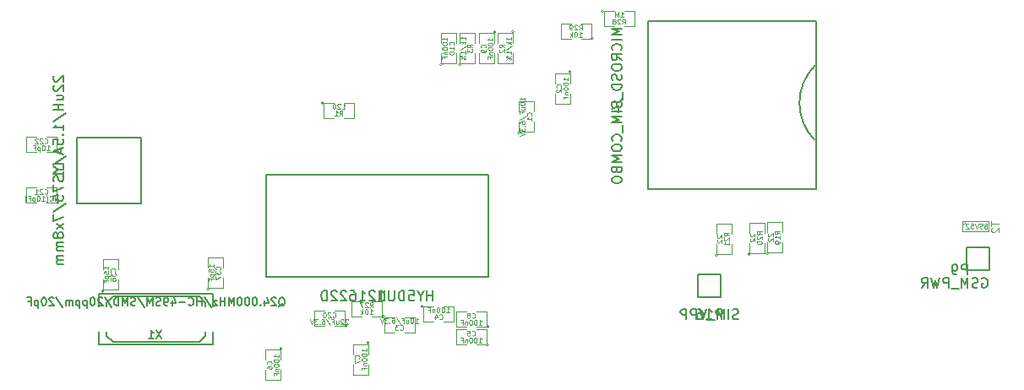
<source format=gbo>
G04 (created by PCBNEW (2013-07-07 BZR 4022)-stable) date 09/11/2014 09:40:27*
%MOIN*%
G04 Gerber Fmt 3.4, Leading zero omitted, Abs format*
%FSLAX34Y34*%
G01*
G70*
G90*
G04 APERTURE LIST*
%ADD10C,0.00590551*%
%ADD11C,0.0031*%
%ADD12C,0.0039*%
%ADD13C,0.0047*%
%ADD14C,0.0043*%
G04 APERTURE END LIST*
G54D10*
G54D11*
X110644Y-68337D02*
G75*
G03X110644Y-68337I-62J0D01*
G74*
G01*
X111545Y-68675D02*
X111545Y-68275D01*
X110520Y-68675D02*
X110520Y-68275D01*
X111545Y-68275D02*
X110520Y-68275D01*
X110520Y-68675D02*
X111545Y-68675D01*
G54D10*
X111560Y-70215D02*
X111560Y-69315D01*
X110660Y-69315D02*
X110660Y-70215D01*
X110660Y-70215D02*
X111560Y-70215D01*
X110660Y-69315D02*
X111560Y-69315D01*
X100980Y-71260D02*
X100980Y-70360D01*
X100080Y-70360D02*
X100080Y-71260D01*
X100080Y-71260D02*
X100980Y-71260D01*
X100080Y-70360D02*
X100980Y-70360D01*
G54D12*
X76640Y-71030D02*
G75*
G03X76640Y-71030I-50J0D01*
G74*
G01*
X76590Y-70580D02*
X76590Y-70980D01*
X76590Y-70980D02*
X77190Y-70980D01*
X77190Y-70980D02*
X77190Y-70580D01*
X77190Y-70180D02*
X77190Y-69780D01*
X77190Y-69780D02*
X76590Y-69780D01*
X76590Y-69780D02*
X76590Y-70180D01*
X80780Y-70955D02*
G75*
G03X80780Y-70955I-50J0D01*
G74*
G01*
X80730Y-70505D02*
X80730Y-70905D01*
X80730Y-70905D02*
X81330Y-70905D01*
X81330Y-70905D02*
X81330Y-70505D01*
X81330Y-70105D02*
X81330Y-69705D01*
X81330Y-69705D02*
X80730Y-69705D01*
X80730Y-69705D02*
X80730Y-70105D01*
X74870Y-65540D02*
G75*
G03X74870Y-65540I-50J0D01*
G74*
G01*
X74370Y-65540D02*
X74770Y-65540D01*
X74770Y-65540D02*
X74770Y-64940D01*
X74770Y-64940D02*
X74370Y-64940D01*
X73970Y-64940D02*
X73570Y-64940D01*
X73570Y-64940D02*
X73570Y-65540D01*
X73570Y-65540D02*
X73970Y-65540D01*
X74870Y-67540D02*
G75*
G03X74870Y-67540I-50J0D01*
G74*
G01*
X74370Y-67540D02*
X74770Y-67540D01*
X74770Y-67540D02*
X74770Y-66940D01*
X74770Y-66940D02*
X74370Y-66940D01*
X73970Y-66940D02*
X73570Y-66940D01*
X73570Y-66940D02*
X73570Y-67540D01*
X73570Y-67540D02*
X73970Y-67540D01*
X87710Y-72020D02*
G75*
G03X87710Y-72020I-50J0D01*
G74*
G01*
X87210Y-72020D02*
X87610Y-72020D01*
X87610Y-72020D02*
X87610Y-71420D01*
X87610Y-71420D02*
X87210Y-71420D01*
X86810Y-71420D02*
X86410Y-71420D01*
X86410Y-71420D02*
X86410Y-72020D01*
X86410Y-72020D02*
X86810Y-72020D01*
X102850Y-69560D02*
G75*
G03X102850Y-69560I-50J0D01*
G74*
G01*
X102800Y-69110D02*
X102800Y-69510D01*
X102800Y-69510D02*
X103400Y-69510D01*
X103400Y-69510D02*
X103400Y-69110D01*
X103400Y-68710D02*
X103400Y-68310D01*
X103400Y-68310D02*
X102800Y-68310D01*
X102800Y-68310D02*
X102800Y-68710D01*
X102140Y-69570D02*
G75*
G03X102140Y-69570I-50J0D01*
G74*
G01*
X102090Y-69120D02*
X102090Y-69520D01*
X102090Y-69520D02*
X102690Y-69520D01*
X102690Y-69520D02*
X102690Y-69120D01*
X102690Y-68720D02*
X102690Y-68320D01*
X102690Y-68320D02*
X102090Y-68320D01*
X102090Y-68320D02*
X102090Y-68720D01*
X100840Y-69620D02*
G75*
G03X100840Y-69620I-50J0D01*
G74*
G01*
X100790Y-69170D02*
X100790Y-69570D01*
X100790Y-69570D02*
X101390Y-69570D01*
X101390Y-69570D02*
X101390Y-69170D01*
X101390Y-68770D02*
X101390Y-68370D01*
X101390Y-68370D02*
X100790Y-68370D01*
X100790Y-68370D02*
X100790Y-68770D01*
X95960Y-61060D02*
G75*
G03X95960Y-61060I-50J0D01*
G74*
G01*
X95460Y-61060D02*
X95860Y-61060D01*
X95860Y-61060D02*
X95860Y-60460D01*
X95860Y-60460D02*
X95460Y-60460D01*
X95060Y-60460D02*
X94660Y-60460D01*
X94660Y-60460D02*
X94660Y-61060D01*
X94660Y-61060D02*
X95060Y-61060D01*
X96360Y-59980D02*
G75*
G03X96360Y-59980I-50J0D01*
G74*
G01*
X96760Y-59980D02*
X96360Y-59980D01*
X96360Y-59980D02*
X96360Y-60580D01*
X96360Y-60580D02*
X96760Y-60580D01*
X97160Y-60580D02*
X97560Y-60580D01*
X97560Y-60580D02*
X97560Y-59980D01*
X97560Y-59980D02*
X97160Y-59980D01*
X92820Y-60800D02*
G75*
G03X92820Y-60800I-50J0D01*
G74*
G01*
X92770Y-61250D02*
X92770Y-60850D01*
X92770Y-60850D02*
X92170Y-60850D01*
X92170Y-60850D02*
X92170Y-61250D01*
X92170Y-61650D02*
X92170Y-62050D01*
X92170Y-62050D02*
X92770Y-62050D01*
X92770Y-62050D02*
X92770Y-61650D01*
X92100Y-60800D02*
G75*
G03X92100Y-60800I-50J0D01*
G74*
G01*
X92050Y-61250D02*
X92050Y-60850D01*
X92050Y-60850D02*
X91450Y-60850D01*
X91450Y-60850D02*
X91450Y-61250D01*
X91450Y-61650D02*
X91450Y-62050D01*
X91450Y-62050D02*
X92050Y-62050D01*
X92050Y-62050D02*
X92050Y-61650D01*
X90000Y-62090D02*
G75*
G03X90000Y-62090I-50J0D01*
G74*
G01*
X89950Y-61640D02*
X89950Y-62040D01*
X89950Y-62040D02*
X90550Y-62040D01*
X90550Y-62040D02*
X90550Y-61640D01*
X90550Y-61240D02*
X90550Y-60840D01*
X90550Y-60840D02*
X89950Y-60840D01*
X89950Y-60840D02*
X89950Y-61240D01*
X90720Y-62090D02*
G75*
G03X90720Y-62090I-50J0D01*
G74*
G01*
X90670Y-61640D02*
X90670Y-62040D01*
X90670Y-62040D02*
X91270Y-62040D01*
X91270Y-62040D02*
X91270Y-61640D01*
X91270Y-61240D02*
X91270Y-60840D01*
X91270Y-60840D02*
X90670Y-60840D01*
X90670Y-60840D02*
X90670Y-61240D01*
X93065Y-64785D02*
G75*
G03X93065Y-64785I-50J0D01*
G74*
G01*
X93015Y-64335D02*
X93015Y-64735D01*
X93015Y-64735D02*
X93615Y-64735D01*
X93615Y-64735D02*
X93615Y-64335D01*
X93615Y-63935D02*
X93615Y-63535D01*
X93615Y-63535D02*
X93015Y-63535D01*
X93015Y-63535D02*
X93015Y-63935D01*
X95075Y-62370D02*
G75*
G03X95075Y-62370I-50J0D01*
G74*
G01*
X95025Y-62820D02*
X95025Y-62420D01*
X95025Y-62420D02*
X94425Y-62420D01*
X94425Y-62420D02*
X94425Y-62820D01*
X94425Y-63220D02*
X94425Y-63620D01*
X94425Y-63620D02*
X95025Y-63620D01*
X95025Y-63620D02*
X95025Y-63220D01*
X87690Y-72060D02*
G75*
G03X87690Y-72060I-50J0D01*
G74*
G01*
X88090Y-72060D02*
X87690Y-72060D01*
X87690Y-72060D02*
X87690Y-72660D01*
X87690Y-72660D02*
X88090Y-72660D01*
X88490Y-72660D02*
X88890Y-72660D01*
X88890Y-72660D02*
X88890Y-72060D01*
X88890Y-72060D02*
X88490Y-72060D01*
X89240Y-71640D02*
G75*
G03X89240Y-71640I-50J0D01*
G74*
G01*
X89640Y-71640D02*
X89240Y-71640D01*
X89240Y-71640D02*
X89240Y-72240D01*
X89240Y-72240D02*
X89640Y-72240D01*
X90040Y-72240D02*
X90440Y-72240D01*
X90440Y-72240D02*
X90440Y-71640D01*
X90440Y-71640D02*
X90040Y-71640D01*
X91825Y-73140D02*
G75*
G03X91825Y-73140I-50J0D01*
G74*
G01*
X91325Y-73140D02*
X91725Y-73140D01*
X91725Y-73140D02*
X91725Y-72540D01*
X91725Y-72540D02*
X91325Y-72540D01*
X90925Y-72540D02*
X90525Y-72540D01*
X90525Y-72540D02*
X90525Y-73140D01*
X90525Y-73140D02*
X90925Y-73140D01*
X83660Y-73300D02*
G75*
G03X83660Y-73300I-50J0D01*
G74*
G01*
X83610Y-73750D02*
X83610Y-73350D01*
X83610Y-73350D02*
X83010Y-73350D01*
X83010Y-73350D02*
X83010Y-73750D01*
X83010Y-74150D02*
X83010Y-74550D01*
X83010Y-74550D02*
X83610Y-74550D01*
X83610Y-74550D02*
X83610Y-74150D01*
X87120Y-73070D02*
G75*
G03X87120Y-73070I-50J0D01*
G74*
G01*
X87070Y-73520D02*
X87070Y-73120D01*
X87070Y-73120D02*
X86470Y-73120D01*
X86470Y-73120D02*
X86470Y-73520D01*
X86470Y-73920D02*
X86470Y-74320D01*
X86470Y-74320D02*
X87070Y-74320D01*
X87070Y-74320D02*
X87070Y-73920D01*
X91825Y-72435D02*
G75*
G03X91825Y-72435I-50J0D01*
G74*
G01*
X91325Y-72435D02*
X91725Y-72435D01*
X91725Y-72435D02*
X91725Y-71835D01*
X91725Y-71835D02*
X91325Y-71835D01*
X90925Y-71835D02*
X90525Y-71835D01*
X90525Y-71835D02*
X90525Y-72435D01*
X90525Y-72435D02*
X90925Y-72435D01*
X85310Y-63605D02*
G75*
G03X85310Y-63605I-50J0D01*
G74*
G01*
X85710Y-63605D02*
X85310Y-63605D01*
X85310Y-63605D02*
X85310Y-64205D01*
X85310Y-64205D02*
X85710Y-64205D01*
X86110Y-64205D02*
X86510Y-64205D01*
X86510Y-64205D02*
X86510Y-63605D01*
X86510Y-63605D02*
X86110Y-63605D01*
X86230Y-72410D02*
G75*
G03X86230Y-72410I-50J0D01*
G74*
G01*
X85730Y-72410D02*
X86130Y-72410D01*
X86130Y-72410D02*
X86130Y-71810D01*
X86130Y-71810D02*
X85730Y-71810D01*
X85330Y-71810D02*
X84930Y-71810D01*
X84930Y-71810D02*
X84930Y-72410D01*
X84930Y-72410D02*
X85330Y-72410D01*
G54D10*
X104690Y-65075D02*
G75*
G02X104690Y-62125I1475J1475D01*
G74*
G01*
X104729Y-60383D02*
X104729Y-67016D01*
X98096Y-60383D02*
X98096Y-67016D01*
X98096Y-60383D02*
X104729Y-60383D01*
X98096Y-67016D02*
X104729Y-67016D01*
X76745Y-72790D02*
X76745Y-72640D01*
X76745Y-71490D02*
X76745Y-71640D01*
X80645Y-71490D02*
X80645Y-71640D01*
X80645Y-72790D02*
X80645Y-72640D01*
X80945Y-73140D02*
X80945Y-72640D01*
X80945Y-71140D02*
X80945Y-71640D01*
X76445Y-71140D02*
X76445Y-71640D01*
X76445Y-73140D02*
X76445Y-72640D01*
X76745Y-71490D02*
X76995Y-71240D01*
X76995Y-71240D02*
X80395Y-71240D01*
X80395Y-71240D02*
X80645Y-71490D01*
X80645Y-72790D02*
X80395Y-73040D01*
X80395Y-73040D02*
X76995Y-73040D01*
X76995Y-73040D02*
X76745Y-72790D01*
X80945Y-71140D02*
X76445Y-71140D01*
X76445Y-73140D02*
X80945Y-73140D01*
X75588Y-64960D02*
X78108Y-64960D01*
X75588Y-67559D02*
X78108Y-67559D01*
X78108Y-64960D02*
X78108Y-67559D01*
X75588Y-64960D02*
X75588Y-67559D01*
X83024Y-70469D02*
X83024Y-66430D01*
X91815Y-70469D02*
X91815Y-66430D01*
X83024Y-66430D02*
X91815Y-66430D01*
X83024Y-70469D02*
X91815Y-70469D01*
G54D13*
X111653Y-68285D02*
X111653Y-68456D01*
X111953Y-68371D02*
X111653Y-68371D01*
X111682Y-68542D02*
X111667Y-68556D01*
X111653Y-68585D01*
X111653Y-68656D01*
X111667Y-68685D01*
X111682Y-68699D01*
X111710Y-68714D01*
X111739Y-68714D01*
X111782Y-68699D01*
X111953Y-68528D01*
X111953Y-68714D01*
G54D12*
X111421Y-68451D02*
X111393Y-68460D01*
X111384Y-68470D01*
X111374Y-68489D01*
X111374Y-68517D01*
X111384Y-68535D01*
X111393Y-68545D01*
X111412Y-68554D01*
X111487Y-68554D01*
X111487Y-68357D01*
X111421Y-68357D01*
X111403Y-68367D01*
X111393Y-68376D01*
X111384Y-68395D01*
X111384Y-68414D01*
X111393Y-68432D01*
X111403Y-68442D01*
X111421Y-68451D01*
X111487Y-68451D01*
X111299Y-68545D02*
X111271Y-68554D01*
X111224Y-68554D01*
X111206Y-68545D01*
X111196Y-68535D01*
X111187Y-68517D01*
X111187Y-68498D01*
X111196Y-68479D01*
X111206Y-68470D01*
X111224Y-68460D01*
X111262Y-68451D01*
X111281Y-68442D01*
X111290Y-68432D01*
X111299Y-68414D01*
X111299Y-68395D01*
X111290Y-68376D01*
X111281Y-68367D01*
X111262Y-68357D01*
X111215Y-68357D01*
X111187Y-68367D01*
X111130Y-68357D02*
X111065Y-68554D01*
X110999Y-68357D01*
X110840Y-68357D02*
X110933Y-68357D01*
X110943Y-68451D01*
X110933Y-68442D01*
X110915Y-68432D01*
X110868Y-68432D01*
X110849Y-68442D01*
X110840Y-68451D01*
X110830Y-68470D01*
X110830Y-68517D01*
X110840Y-68535D01*
X110849Y-68545D01*
X110868Y-68554D01*
X110915Y-68554D01*
X110933Y-68545D01*
X110943Y-68535D01*
X110755Y-68376D02*
X110746Y-68367D01*
X110727Y-68357D01*
X110680Y-68357D01*
X110661Y-68367D01*
X110652Y-68376D01*
X110643Y-68395D01*
X110643Y-68414D01*
X110652Y-68442D01*
X110765Y-68554D01*
X110643Y-68554D01*
G54D10*
X110690Y-70374D02*
X110690Y-69980D01*
X110540Y-69980D01*
X110503Y-69999D01*
X110484Y-70018D01*
X110465Y-70055D01*
X110465Y-70111D01*
X110484Y-70149D01*
X110503Y-70168D01*
X110540Y-70186D01*
X110690Y-70186D01*
X110278Y-70374D02*
X110203Y-70374D01*
X110165Y-70355D01*
X110146Y-70336D01*
X110109Y-70280D01*
X110090Y-70205D01*
X110090Y-70055D01*
X110109Y-70018D01*
X110128Y-69999D01*
X110165Y-69980D01*
X110240Y-69980D01*
X110278Y-69999D01*
X110296Y-70018D01*
X110315Y-70055D01*
X110315Y-70149D01*
X110296Y-70186D01*
X110278Y-70205D01*
X110240Y-70224D01*
X110165Y-70224D01*
X110128Y-70205D01*
X110109Y-70186D01*
X110090Y-70149D01*
X111282Y-70524D02*
X111320Y-70505D01*
X111376Y-70505D01*
X111432Y-70524D01*
X111470Y-70561D01*
X111489Y-70599D01*
X111507Y-70674D01*
X111507Y-70730D01*
X111489Y-70805D01*
X111470Y-70843D01*
X111432Y-70880D01*
X111376Y-70899D01*
X111339Y-70899D01*
X111282Y-70880D01*
X111264Y-70861D01*
X111264Y-70730D01*
X111339Y-70730D01*
X111114Y-70880D02*
X111058Y-70899D01*
X110964Y-70899D01*
X110926Y-70880D01*
X110908Y-70861D01*
X110889Y-70824D01*
X110889Y-70786D01*
X110908Y-70749D01*
X110926Y-70730D01*
X110964Y-70711D01*
X111039Y-70693D01*
X111076Y-70674D01*
X111095Y-70655D01*
X111114Y-70618D01*
X111114Y-70580D01*
X111095Y-70543D01*
X111076Y-70524D01*
X111039Y-70505D01*
X110945Y-70505D01*
X110889Y-70524D01*
X110720Y-70899D02*
X110720Y-70505D01*
X110589Y-70786D01*
X110458Y-70505D01*
X110458Y-70899D01*
X110364Y-70936D02*
X110064Y-70936D01*
X109970Y-70899D02*
X109970Y-70505D01*
X109820Y-70505D01*
X109783Y-70524D01*
X109764Y-70543D01*
X109745Y-70580D01*
X109745Y-70636D01*
X109764Y-70674D01*
X109783Y-70693D01*
X109820Y-70711D01*
X109970Y-70711D01*
X109614Y-70505D02*
X109520Y-70899D01*
X109445Y-70618D01*
X109370Y-70899D01*
X109276Y-70505D01*
X108902Y-70899D02*
X109033Y-70711D01*
X109127Y-70899D02*
X109127Y-70505D01*
X108977Y-70505D01*
X108939Y-70524D01*
X108920Y-70543D01*
X108902Y-70580D01*
X108902Y-70636D01*
X108920Y-70674D01*
X108939Y-70693D01*
X108977Y-70711D01*
X109127Y-70711D01*
X101008Y-72144D02*
X101008Y-71750D01*
X100858Y-71750D01*
X100820Y-71769D01*
X100801Y-71788D01*
X100783Y-71825D01*
X100783Y-71881D01*
X100801Y-71919D01*
X100820Y-71938D01*
X100858Y-71956D01*
X101008Y-71956D01*
X100408Y-72144D02*
X100633Y-72144D01*
X100520Y-72144D02*
X100520Y-71750D01*
X100558Y-71806D01*
X100595Y-71844D01*
X100633Y-71863D01*
X100070Y-71750D02*
X100145Y-71750D01*
X100183Y-71769D01*
X100201Y-71788D01*
X100239Y-71844D01*
X100258Y-71919D01*
X100258Y-72069D01*
X100239Y-72106D01*
X100220Y-72125D01*
X100183Y-72144D01*
X100108Y-72144D01*
X100070Y-72125D01*
X100051Y-72106D01*
X100033Y-72069D01*
X100033Y-71975D01*
X100051Y-71938D01*
X100070Y-71919D01*
X100108Y-71900D01*
X100183Y-71900D01*
X100220Y-71919D01*
X100239Y-71938D01*
X100258Y-71975D01*
X101673Y-72125D02*
X101617Y-72144D01*
X101523Y-72144D01*
X101486Y-72125D01*
X101467Y-72106D01*
X101448Y-72069D01*
X101448Y-72031D01*
X101467Y-71994D01*
X101486Y-71975D01*
X101523Y-71956D01*
X101598Y-71938D01*
X101636Y-71919D01*
X101654Y-71900D01*
X101673Y-71863D01*
X101673Y-71825D01*
X101654Y-71788D01*
X101636Y-71769D01*
X101598Y-71750D01*
X101504Y-71750D01*
X101448Y-71769D01*
X101279Y-72144D02*
X101279Y-71750D01*
X101092Y-72144D02*
X101092Y-71750D01*
X100961Y-72031D01*
X100829Y-71750D01*
X100829Y-72144D01*
X100736Y-72181D02*
X100436Y-72181D01*
X100398Y-71750D02*
X100267Y-72144D01*
X100136Y-71750D01*
X100005Y-72144D02*
X100005Y-71750D01*
X99855Y-71750D01*
X99817Y-71769D01*
X99798Y-71788D01*
X99780Y-71825D01*
X99780Y-71881D01*
X99798Y-71919D01*
X99817Y-71938D01*
X99855Y-71956D01*
X100005Y-71956D01*
X99611Y-72144D02*
X99611Y-71750D01*
X99461Y-71750D01*
X99423Y-71769D01*
X99405Y-71788D01*
X99386Y-71825D01*
X99386Y-71881D01*
X99405Y-71919D01*
X99423Y-71938D01*
X99461Y-71956D01*
X99611Y-71956D01*
G54D14*
X77075Y-70253D02*
X77085Y-70243D01*
X77094Y-70215D01*
X77094Y-70197D01*
X77085Y-70168D01*
X77066Y-70150D01*
X77047Y-70140D01*
X77010Y-70131D01*
X76982Y-70131D01*
X76944Y-70140D01*
X76925Y-70150D01*
X76907Y-70168D01*
X76897Y-70197D01*
X76897Y-70215D01*
X76907Y-70243D01*
X76916Y-70253D01*
X76897Y-70319D02*
X76897Y-70440D01*
X76972Y-70375D01*
X76972Y-70403D01*
X76982Y-70422D01*
X76991Y-70431D01*
X77010Y-70440D01*
X77057Y-70440D01*
X77075Y-70431D01*
X77085Y-70422D01*
X77094Y-70403D01*
X77094Y-70347D01*
X77085Y-70328D01*
X77075Y-70319D01*
X76982Y-70553D02*
X76972Y-70534D01*
X76963Y-70525D01*
X76944Y-70516D01*
X76935Y-70516D01*
X76916Y-70525D01*
X76907Y-70534D01*
X76897Y-70553D01*
X76897Y-70591D01*
X76907Y-70609D01*
X76916Y-70619D01*
X76935Y-70628D01*
X76944Y-70628D01*
X76963Y-70619D01*
X76972Y-70609D01*
X76982Y-70591D01*
X76982Y-70553D01*
X76991Y-70534D01*
X77000Y-70525D01*
X77019Y-70516D01*
X77057Y-70516D01*
X77075Y-70525D01*
X77085Y-70534D01*
X77094Y-70553D01*
X77094Y-70591D01*
X77085Y-70609D01*
X77075Y-70619D01*
X77057Y-70628D01*
X77019Y-70628D01*
X77000Y-70619D01*
X76991Y-70609D01*
X76982Y-70591D01*
X76819Y-70168D02*
X76819Y-70056D01*
X76819Y-70112D02*
X76622Y-70112D01*
X76650Y-70093D01*
X76669Y-70075D01*
X76679Y-70056D01*
X76622Y-70347D02*
X76622Y-70253D01*
X76716Y-70243D01*
X76707Y-70253D01*
X76697Y-70272D01*
X76697Y-70319D01*
X76707Y-70337D01*
X76716Y-70347D01*
X76735Y-70356D01*
X76782Y-70356D01*
X76800Y-70347D01*
X76810Y-70337D01*
X76819Y-70319D01*
X76819Y-70272D01*
X76810Y-70253D01*
X76800Y-70243D01*
X76688Y-70440D02*
X76885Y-70440D01*
X76697Y-70440D02*
X76688Y-70459D01*
X76688Y-70497D01*
X76697Y-70516D01*
X76707Y-70525D01*
X76725Y-70534D01*
X76782Y-70534D01*
X76800Y-70525D01*
X76810Y-70516D01*
X76819Y-70497D01*
X76819Y-70459D01*
X76810Y-70440D01*
X76716Y-70684D02*
X76716Y-70619D01*
X76819Y-70619D02*
X76622Y-70619D01*
X76622Y-70713D01*
X81215Y-70178D02*
X81225Y-70168D01*
X81234Y-70140D01*
X81234Y-70122D01*
X81225Y-70093D01*
X81206Y-70075D01*
X81187Y-70065D01*
X81150Y-70056D01*
X81122Y-70056D01*
X81084Y-70065D01*
X81065Y-70075D01*
X81047Y-70093D01*
X81037Y-70122D01*
X81037Y-70140D01*
X81047Y-70168D01*
X81056Y-70178D01*
X81037Y-70244D02*
X81037Y-70365D01*
X81112Y-70300D01*
X81112Y-70328D01*
X81122Y-70347D01*
X81131Y-70356D01*
X81150Y-70365D01*
X81197Y-70365D01*
X81215Y-70356D01*
X81225Y-70347D01*
X81234Y-70328D01*
X81234Y-70272D01*
X81225Y-70253D01*
X81215Y-70244D01*
X81037Y-70431D02*
X81037Y-70562D01*
X81234Y-70478D01*
X80959Y-70093D02*
X80959Y-69981D01*
X80959Y-70037D02*
X80762Y-70037D01*
X80790Y-70018D01*
X80809Y-70000D01*
X80819Y-69981D01*
X80762Y-70272D02*
X80762Y-70178D01*
X80856Y-70168D01*
X80847Y-70178D01*
X80837Y-70197D01*
X80837Y-70244D01*
X80847Y-70262D01*
X80856Y-70272D01*
X80875Y-70281D01*
X80922Y-70281D01*
X80940Y-70272D01*
X80950Y-70262D01*
X80959Y-70244D01*
X80959Y-70197D01*
X80950Y-70178D01*
X80940Y-70168D01*
X80828Y-70365D02*
X81025Y-70365D01*
X80837Y-70365D02*
X80828Y-70384D01*
X80828Y-70422D01*
X80837Y-70441D01*
X80847Y-70450D01*
X80865Y-70459D01*
X80922Y-70459D01*
X80940Y-70450D01*
X80950Y-70441D01*
X80959Y-70422D01*
X80959Y-70384D01*
X80950Y-70365D01*
X80856Y-70609D02*
X80856Y-70544D01*
X80959Y-70544D02*
X80762Y-70544D01*
X80762Y-70638D01*
X74296Y-65175D02*
X74306Y-65185D01*
X74334Y-65194D01*
X74352Y-65194D01*
X74381Y-65185D01*
X74399Y-65166D01*
X74409Y-65147D01*
X74418Y-65110D01*
X74418Y-65082D01*
X74409Y-65044D01*
X74399Y-65025D01*
X74381Y-65007D01*
X74352Y-64997D01*
X74334Y-64997D01*
X74306Y-65007D01*
X74296Y-65016D01*
X74221Y-65016D02*
X74212Y-65007D01*
X74193Y-64997D01*
X74146Y-64997D01*
X74127Y-65007D01*
X74118Y-65016D01*
X74109Y-65035D01*
X74109Y-65054D01*
X74118Y-65082D01*
X74230Y-65194D01*
X74109Y-65194D01*
X74033Y-65016D02*
X74024Y-65007D01*
X74005Y-64997D01*
X73958Y-64997D01*
X73940Y-65007D01*
X73930Y-65016D01*
X73921Y-65035D01*
X73921Y-65054D01*
X73930Y-65082D01*
X74043Y-65194D01*
X73921Y-65194D01*
X74381Y-65469D02*
X74493Y-65469D01*
X74437Y-65469D02*
X74437Y-65272D01*
X74456Y-65300D01*
X74474Y-65319D01*
X74493Y-65329D01*
X74259Y-65272D02*
X74240Y-65272D01*
X74221Y-65282D01*
X74212Y-65291D01*
X74202Y-65310D01*
X74193Y-65347D01*
X74193Y-65394D01*
X74202Y-65432D01*
X74212Y-65450D01*
X74221Y-65460D01*
X74240Y-65469D01*
X74259Y-65469D01*
X74277Y-65460D01*
X74287Y-65450D01*
X74296Y-65432D01*
X74306Y-65394D01*
X74306Y-65347D01*
X74296Y-65310D01*
X74287Y-65291D01*
X74277Y-65282D01*
X74259Y-65272D01*
X74109Y-65338D02*
X74109Y-65535D01*
X74109Y-65347D02*
X74090Y-65338D01*
X74052Y-65338D01*
X74033Y-65347D01*
X74024Y-65357D01*
X74015Y-65375D01*
X74015Y-65432D01*
X74024Y-65450D01*
X74033Y-65460D01*
X74052Y-65469D01*
X74090Y-65469D01*
X74109Y-65460D01*
X73865Y-65366D02*
X73930Y-65366D01*
X73930Y-65469D02*
X73930Y-65272D01*
X73836Y-65272D01*
X74296Y-67175D02*
X74306Y-67185D01*
X74334Y-67194D01*
X74352Y-67194D01*
X74381Y-67185D01*
X74399Y-67166D01*
X74409Y-67147D01*
X74418Y-67110D01*
X74418Y-67082D01*
X74409Y-67044D01*
X74399Y-67025D01*
X74381Y-67007D01*
X74352Y-66997D01*
X74334Y-66997D01*
X74306Y-67007D01*
X74296Y-67016D01*
X74221Y-67016D02*
X74212Y-67007D01*
X74193Y-66997D01*
X74146Y-66997D01*
X74127Y-67007D01*
X74118Y-67016D01*
X74109Y-67035D01*
X74109Y-67054D01*
X74118Y-67082D01*
X74230Y-67194D01*
X74109Y-67194D01*
X73921Y-67194D02*
X74033Y-67194D01*
X73977Y-67194D02*
X73977Y-66997D01*
X73996Y-67025D01*
X74015Y-67044D01*
X74033Y-67054D01*
X74817Y-67469D02*
X74817Y-67272D01*
X74704Y-67469D01*
X74704Y-67272D01*
X74498Y-67450D02*
X74507Y-67460D01*
X74535Y-67469D01*
X74554Y-67469D01*
X74582Y-67460D01*
X74601Y-67441D01*
X74610Y-67422D01*
X74620Y-67385D01*
X74620Y-67357D01*
X74610Y-67319D01*
X74601Y-67300D01*
X74582Y-67282D01*
X74554Y-67272D01*
X74535Y-67272D01*
X74507Y-67282D01*
X74498Y-67291D01*
X74357Y-67544D02*
X74367Y-67535D01*
X74385Y-67507D01*
X74395Y-67488D01*
X74404Y-67460D01*
X74413Y-67413D01*
X74413Y-67375D01*
X74404Y-67329D01*
X74395Y-67300D01*
X74385Y-67282D01*
X74367Y-67253D01*
X74357Y-67244D01*
X74179Y-67469D02*
X74291Y-67469D01*
X74235Y-67469D02*
X74235Y-67272D01*
X74254Y-67300D01*
X74273Y-67319D01*
X74291Y-67329D01*
X74057Y-67272D02*
X74038Y-67272D01*
X74019Y-67282D01*
X74010Y-67291D01*
X74001Y-67310D01*
X73991Y-67347D01*
X73991Y-67394D01*
X74001Y-67432D01*
X74010Y-67450D01*
X74019Y-67460D01*
X74038Y-67469D01*
X74057Y-67469D01*
X74076Y-67460D01*
X74085Y-67450D01*
X74094Y-67432D01*
X74104Y-67394D01*
X74104Y-67347D01*
X74094Y-67310D01*
X74085Y-67291D01*
X74076Y-67282D01*
X74057Y-67272D01*
X73907Y-67338D02*
X73907Y-67535D01*
X73907Y-67347D02*
X73888Y-67338D01*
X73851Y-67338D01*
X73832Y-67347D01*
X73822Y-67357D01*
X73813Y-67375D01*
X73813Y-67432D01*
X73822Y-67450D01*
X73832Y-67460D01*
X73851Y-67469D01*
X73888Y-67469D01*
X73907Y-67460D01*
X73663Y-67366D02*
X73729Y-67366D01*
X73729Y-67469D02*
X73729Y-67272D01*
X73635Y-67272D01*
X73579Y-67544D02*
X73569Y-67535D01*
X73550Y-67507D01*
X73541Y-67488D01*
X73532Y-67460D01*
X73522Y-67413D01*
X73522Y-67375D01*
X73532Y-67329D01*
X73541Y-67300D01*
X73550Y-67282D01*
X73569Y-67253D01*
X73579Y-67244D01*
X87136Y-71674D02*
X87202Y-71580D01*
X87249Y-71674D02*
X87249Y-71477D01*
X87174Y-71477D01*
X87155Y-71487D01*
X87146Y-71496D01*
X87136Y-71515D01*
X87136Y-71543D01*
X87146Y-71562D01*
X87155Y-71571D01*
X87174Y-71580D01*
X87249Y-71580D01*
X87061Y-71496D02*
X87052Y-71487D01*
X87033Y-71477D01*
X86986Y-71477D01*
X86967Y-71487D01*
X86958Y-71496D01*
X86949Y-71515D01*
X86949Y-71534D01*
X86958Y-71562D01*
X87070Y-71674D01*
X86949Y-71674D01*
X86883Y-71477D02*
X86752Y-71477D01*
X86836Y-71674D01*
X87127Y-71949D02*
X87239Y-71949D01*
X87183Y-71949D02*
X87183Y-71752D01*
X87202Y-71780D01*
X87221Y-71799D01*
X87239Y-71809D01*
X87005Y-71752D02*
X86986Y-71752D01*
X86967Y-71762D01*
X86958Y-71771D01*
X86949Y-71790D01*
X86939Y-71827D01*
X86939Y-71874D01*
X86949Y-71912D01*
X86958Y-71930D01*
X86967Y-71940D01*
X86986Y-71949D01*
X87005Y-71949D01*
X87024Y-71940D01*
X87033Y-71930D01*
X87042Y-71912D01*
X87052Y-71874D01*
X87052Y-71827D01*
X87042Y-71790D01*
X87033Y-71771D01*
X87024Y-71762D01*
X87005Y-71752D01*
X86855Y-71949D02*
X86855Y-71752D01*
X86836Y-71874D02*
X86780Y-71949D01*
X86780Y-71818D02*
X86855Y-71893D01*
X103304Y-68783D02*
X103210Y-68717D01*
X103304Y-68670D02*
X103107Y-68670D01*
X103107Y-68745D01*
X103117Y-68764D01*
X103126Y-68773D01*
X103145Y-68783D01*
X103173Y-68783D01*
X103192Y-68773D01*
X103201Y-68764D01*
X103210Y-68745D01*
X103210Y-68670D01*
X103304Y-68970D02*
X103304Y-68858D01*
X103304Y-68914D02*
X103107Y-68914D01*
X103135Y-68895D01*
X103154Y-68877D01*
X103164Y-68858D01*
X103304Y-69064D02*
X103304Y-69102D01*
X103295Y-69121D01*
X103285Y-69130D01*
X103257Y-69149D01*
X103220Y-69158D01*
X103145Y-69158D01*
X103126Y-69149D01*
X103117Y-69139D01*
X103107Y-69121D01*
X103107Y-69083D01*
X103117Y-69064D01*
X103126Y-69055D01*
X103145Y-69046D01*
X103192Y-69046D01*
X103210Y-69055D01*
X103220Y-69064D01*
X103229Y-69083D01*
X103229Y-69121D01*
X103220Y-69139D01*
X103210Y-69149D01*
X103192Y-69158D01*
X102851Y-68759D02*
X102842Y-68769D01*
X102832Y-68788D01*
X102832Y-68834D01*
X102842Y-68853D01*
X102851Y-68863D01*
X102870Y-68872D01*
X102889Y-68872D01*
X102917Y-68863D01*
X103029Y-68750D01*
X103029Y-68872D01*
X102851Y-68947D02*
X102842Y-68956D01*
X102832Y-68975D01*
X102832Y-69022D01*
X102842Y-69041D01*
X102851Y-69050D01*
X102870Y-69060D01*
X102889Y-69060D01*
X102917Y-69050D01*
X103029Y-68938D01*
X103029Y-69060D01*
X102594Y-68793D02*
X102500Y-68727D01*
X102594Y-68680D02*
X102397Y-68680D01*
X102397Y-68755D01*
X102407Y-68774D01*
X102416Y-68783D01*
X102435Y-68793D01*
X102463Y-68793D01*
X102482Y-68783D01*
X102491Y-68774D01*
X102500Y-68755D01*
X102500Y-68680D01*
X102416Y-68868D02*
X102407Y-68877D01*
X102397Y-68896D01*
X102397Y-68943D01*
X102407Y-68962D01*
X102416Y-68971D01*
X102435Y-68980D01*
X102454Y-68980D01*
X102482Y-68971D01*
X102594Y-68859D01*
X102594Y-68980D01*
X102397Y-69102D02*
X102397Y-69121D01*
X102407Y-69140D01*
X102416Y-69149D01*
X102435Y-69159D01*
X102472Y-69168D01*
X102519Y-69168D01*
X102557Y-69159D01*
X102575Y-69149D01*
X102585Y-69140D01*
X102594Y-69121D01*
X102594Y-69102D01*
X102585Y-69084D01*
X102575Y-69074D01*
X102557Y-69065D01*
X102519Y-69056D01*
X102472Y-69056D01*
X102435Y-69065D01*
X102416Y-69074D01*
X102407Y-69084D01*
X102397Y-69102D01*
X102141Y-68769D02*
X102132Y-68779D01*
X102122Y-68798D01*
X102122Y-68844D01*
X102132Y-68863D01*
X102141Y-68873D01*
X102160Y-68882D01*
X102179Y-68882D01*
X102207Y-68873D01*
X102319Y-68760D01*
X102319Y-68882D01*
X102141Y-68957D02*
X102132Y-68966D01*
X102122Y-68985D01*
X102122Y-69032D01*
X102132Y-69051D01*
X102141Y-69060D01*
X102160Y-69070D01*
X102179Y-69070D01*
X102207Y-69060D01*
X102319Y-68948D01*
X102319Y-69070D01*
X101294Y-68843D02*
X101200Y-68777D01*
X101294Y-68730D02*
X101097Y-68730D01*
X101097Y-68805D01*
X101107Y-68824D01*
X101116Y-68833D01*
X101135Y-68843D01*
X101163Y-68843D01*
X101182Y-68833D01*
X101191Y-68824D01*
X101200Y-68805D01*
X101200Y-68730D01*
X101116Y-68918D02*
X101107Y-68927D01*
X101097Y-68946D01*
X101097Y-68993D01*
X101107Y-69012D01*
X101116Y-69021D01*
X101135Y-69030D01*
X101154Y-69030D01*
X101182Y-69021D01*
X101294Y-68909D01*
X101294Y-69030D01*
X101294Y-69218D02*
X101294Y-69106D01*
X101294Y-69162D02*
X101097Y-69162D01*
X101125Y-69143D01*
X101144Y-69124D01*
X101154Y-69106D01*
X100841Y-68819D02*
X100832Y-68829D01*
X100822Y-68848D01*
X100822Y-68894D01*
X100832Y-68913D01*
X100841Y-68923D01*
X100860Y-68932D01*
X100879Y-68932D01*
X100907Y-68923D01*
X101019Y-68810D01*
X101019Y-68932D01*
X100841Y-69007D02*
X100832Y-69016D01*
X100822Y-69035D01*
X100822Y-69082D01*
X100832Y-69101D01*
X100841Y-69110D01*
X100860Y-69120D01*
X100879Y-69120D01*
X100907Y-69110D01*
X101019Y-68998D01*
X101019Y-69120D01*
X95386Y-60714D02*
X95452Y-60620D01*
X95499Y-60714D02*
X95499Y-60517D01*
X95424Y-60517D01*
X95405Y-60527D01*
X95396Y-60536D01*
X95386Y-60555D01*
X95386Y-60583D01*
X95396Y-60602D01*
X95405Y-60611D01*
X95424Y-60620D01*
X95499Y-60620D01*
X95311Y-60536D02*
X95302Y-60527D01*
X95283Y-60517D01*
X95236Y-60517D01*
X95217Y-60527D01*
X95208Y-60536D01*
X95199Y-60555D01*
X95199Y-60574D01*
X95208Y-60602D01*
X95320Y-60714D01*
X95199Y-60714D01*
X95105Y-60714D02*
X95067Y-60714D01*
X95048Y-60705D01*
X95039Y-60695D01*
X95020Y-60667D01*
X95011Y-60630D01*
X95011Y-60555D01*
X95020Y-60536D01*
X95030Y-60527D01*
X95048Y-60517D01*
X95086Y-60517D01*
X95105Y-60527D01*
X95114Y-60536D01*
X95123Y-60555D01*
X95123Y-60602D01*
X95114Y-60620D01*
X95105Y-60630D01*
X95086Y-60639D01*
X95048Y-60639D01*
X95030Y-60630D01*
X95020Y-60620D01*
X95011Y-60602D01*
X95377Y-60989D02*
X95489Y-60989D01*
X95433Y-60989D02*
X95433Y-60792D01*
X95452Y-60820D01*
X95471Y-60839D01*
X95489Y-60849D01*
X95255Y-60792D02*
X95236Y-60792D01*
X95217Y-60802D01*
X95208Y-60811D01*
X95199Y-60830D01*
X95189Y-60867D01*
X95189Y-60914D01*
X95199Y-60952D01*
X95208Y-60970D01*
X95217Y-60980D01*
X95236Y-60989D01*
X95255Y-60989D01*
X95274Y-60980D01*
X95283Y-60970D01*
X95292Y-60952D01*
X95302Y-60914D01*
X95302Y-60867D01*
X95292Y-60830D01*
X95283Y-60811D01*
X95274Y-60802D01*
X95255Y-60792D01*
X95105Y-60989D02*
X95105Y-60792D01*
X95086Y-60914D02*
X95030Y-60989D01*
X95030Y-60858D02*
X95105Y-60933D01*
X97086Y-60484D02*
X97152Y-60390D01*
X97199Y-60484D02*
X97199Y-60287D01*
X97124Y-60287D01*
X97105Y-60297D01*
X97096Y-60306D01*
X97086Y-60325D01*
X97086Y-60353D01*
X97096Y-60372D01*
X97105Y-60381D01*
X97124Y-60390D01*
X97199Y-60390D01*
X97011Y-60306D02*
X97002Y-60297D01*
X96983Y-60287D01*
X96936Y-60287D01*
X96917Y-60297D01*
X96908Y-60306D01*
X96899Y-60325D01*
X96899Y-60344D01*
X96908Y-60372D01*
X97020Y-60484D01*
X96899Y-60484D01*
X96786Y-60372D02*
X96805Y-60362D01*
X96814Y-60353D01*
X96823Y-60334D01*
X96823Y-60325D01*
X96814Y-60306D01*
X96805Y-60297D01*
X96786Y-60287D01*
X96748Y-60287D01*
X96730Y-60297D01*
X96720Y-60306D01*
X96711Y-60325D01*
X96711Y-60334D01*
X96720Y-60353D01*
X96730Y-60362D01*
X96748Y-60372D01*
X96786Y-60372D01*
X96805Y-60381D01*
X96814Y-60390D01*
X96823Y-60409D01*
X96823Y-60447D01*
X96814Y-60465D01*
X96805Y-60475D01*
X96786Y-60484D01*
X96748Y-60484D01*
X96730Y-60475D01*
X96720Y-60465D01*
X96711Y-60447D01*
X96711Y-60409D01*
X96720Y-60390D01*
X96730Y-60381D01*
X96748Y-60372D01*
X97016Y-60209D02*
X97128Y-60209D01*
X97072Y-60209D02*
X97072Y-60012D01*
X97091Y-60040D01*
X97110Y-60059D01*
X97128Y-60069D01*
X96931Y-60209D02*
X96931Y-60012D01*
X96866Y-60153D01*
X96800Y-60012D01*
X96800Y-60209D01*
X92424Y-61417D02*
X92330Y-61351D01*
X92424Y-61304D02*
X92227Y-61304D01*
X92227Y-61379D01*
X92237Y-61398D01*
X92246Y-61407D01*
X92265Y-61417D01*
X92293Y-61417D01*
X92312Y-61407D01*
X92321Y-61398D01*
X92330Y-61379D01*
X92330Y-61304D01*
X92246Y-61492D02*
X92237Y-61501D01*
X92227Y-61520D01*
X92227Y-61567D01*
X92237Y-61586D01*
X92246Y-61595D01*
X92265Y-61604D01*
X92284Y-61604D01*
X92312Y-61595D01*
X92424Y-61482D01*
X92424Y-61604D01*
X92699Y-61116D02*
X92699Y-61004D01*
X92699Y-61060D02*
X92502Y-61060D01*
X92530Y-61041D01*
X92549Y-61023D01*
X92559Y-61004D01*
X92699Y-61201D02*
X92502Y-61201D01*
X92624Y-61220D02*
X92699Y-61276D01*
X92568Y-61276D02*
X92643Y-61201D01*
X92493Y-61501D02*
X92746Y-61332D01*
X92699Y-61670D02*
X92699Y-61557D01*
X92699Y-61614D02*
X92502Y-61614D01*
X92530Y-61595D01*
X92549Y-61576D01*
X92559Y-61557D01*
X92699Y-61745D02*
X92502Y-61895D01*
X92502Y-61773D02*
X92512Y-61792D01*
X92530Y-61801D01*
X92549Y-61792D01*
X92559Y-61773D01*
X92549Y-61754D01*
X92530Y-61745D01*
X92512Y-61754D01*
X92502Y-61773D01*
X92690Y-61886D02*
X92671Y-61895D01*
X92652Y-61886D01*
X92643Y-61867D01*
X92652Y-61848D01*
X92671Y-61839D01*
X92690Y-61848D01*
X92699Y-61867D01*
X92690Y-61886D01*
X91685Y-61417D02*
X91695Y-61407D01*
X91704Y-61379D01*
X91704Y-61360D01*
X91695Y-61332D01*
X91676Y-61313D01*
X91657Y-61304D01*
X91620Y-61295D01*
X91592Y-61295D01*
X91554Y-61304D01*
X91535Y-61313D01*
X91517Y-61332D01*
X91507Y-61360D01*
X91507Y-61379D01*
X91517Y-61407D01*
X91526Y-61417D01*
X91704Y-61510D02*
X91704Y-61548D01*
X91695Y-61567D01*
X91685Y-61576D01*
X91657Y-61595D01*
X91620Y-61604D01*
X91545Y-61604D01*
X91526Y-61595D01*
X91517Y-61586D01*
X91507Y-61567D01*
X91507Y-61529D01*
X91517Y-61510D01*
X91526Y-61501D01*
X91545Y-61492D01*
X91592Y-61492D01*
X91610Y-61501D01*
X91620Y-61510D01*
X91629Y-61529D01*
X91629Y-61567D01*
X91620Y-61586D01*
X91610Y-61595D01*
X91592Y-61604D01*
X91979Y-61145D02*
X91979Y-61032D01*
X91979Y-61088D02*
X91782Y-61088D01*
X91810Y-61070D01*
X91829Y-61051D01*
X91839Y-61032D01*
X91782Y-61267D02*
X91782Y-61285D01*
X91792Y-61304D01*
X91801Y-61313D01*
X91820Y-61323D01*
X91857Y-61332D01*
X91904Y-61332D01*
X91942Y-61323D01*
X91960Y-61313D01*
X91970Y-61304D01*
X91979Y-61285D01*
X91979Y-61267D01*
X91970Y-61248D01*
X91960Y-61238D01*
X91942Y-61229D01*
X91904Y-61220D01*
X91857Y-61220D01*
X91820Y-61229D01*
X91801Y-61238D01*
X91792Y-61248D01*
X91782Y-61267D01*
X91782Y-61454D02*
X91782Y-61473D01*
X91792Y-61492D01*
X91801Y-61501D01*
X91820Y-61510D01*
X91857Y-61520D01*
X91904Y-61520D01*
X91942Y-61510D01*
X91960Y-61501D01*
X91970Y-61492D01*
X91979Y-61473D01*
X91979Y-61454D01*
X91970Y-61435D01*
X91960Y-61426D01*
X91942Y-61417D01*
X91904Y-61407D01*
X91857Y-61407D01*
X91820Y-61417D01*
X91801Y-61426D01*
X91792Y-61435D01*
X91782Y-61454D01*
X91848Y-61604D02*
X91979Y-61604D01*
X91867Y-61604D02*
X91857Y-61614D01*
X91848Y-61632D01*
X91848Y-61661D01*
X91857Y-61679D01*
X91876Y-61689D01*
X91979Y-61689D01*
X91876Y-61848D02*
X91876Y-61783D01*
X91979Y-61783D02*
X91782Y-61783D01*
X91782Y-61876D01*
X90435Y-61313D02*
X90445Y-61303D01*
X90454Y-61275D01*
X90454Y-61257D01*
X90445Y-61228D01*
X90426Y-61210D01*
X90407Y-61200D01*
X90370Y-61191D01*
X90342Y-61191D01*
X90304Y-61200D01*
X90285Y-61210D01*
X90267Y-61228D01*
X90257Y-61257D01*
X90257Y-61275D01*
X90267Y-61303D01*
X90276Y-61313D01*
X90454Y-61500D02*
X90454Y-61388D01*
X90454Y-61444D02*
X90257Y-61444D01*
X90285Y-61425D01*
X90304Y-61407D01*
X90314Y-61388D01*
X90257Y-61622D02*
X90257Y-61641D01*
X90267Y-61660D01*
X90276Y-61669D01*
X90295Y-61679D01*
X90332Y-61688D01*
X90379Y-61688D01*
X90417Y-61679D01*
X90435Y-61669D01*
X90445Y-61660D01*
X90454Y-61641D01*
X90454Y-61622D01*
X90445Y-61604D01*
X90435Y-61594D01*
X90417Y-61585D01*
X90379Y-61576D01*
X90332Y-61576D01*
X90295Y-61585D01*
X90276Y-61594D01*
X90267Y-61604D01*
X90257Y-61622D01*
X90179Y-61135D02*
X90179Y-61022D01*
X90179Y-61078D02*
X89982Y-61078D01*
X90010Y-61060D01*
X90029Y-61041D01*
X90039Y-61022D01*
X89982Y-61257D02*
X89982Y-61275D01*
X89992Y-61294D01*
X90001Y-61303D01*
X90020Y-61313D01*
X90057Y-61322D01*
X90104Y-61322D01*
X90142Y-61313D01*
X90160Y-61303D01*
X90170Y-61294D01*
X90179Y-61275D01*
X90179Y-61257D01*
X90170Y-61238D01*
X90160Y-61228D01*
X90142Y-61219D01*
X90104Y-61210D01*
X90057Y-61210D01*
X90020Y-61219D01*
X90001Y-61228D01*
X89992Y-61238D01*
X89982Y-61257D01*
X89982Y-61444D02*
X89982Y-61463D01*
X89992Y-61482D01*
X90001Y-61491D01*
X90020Y-61500D01*
X90057Y-61510D01*
X90104Y-61510D01*
X90142Y-61500D01*
X90160Y-61491D01*
X90170Y-61482D01*
X90179Y-61463D01*
X90179Y-61444D01*
X90170Y-61425D01*
X90160Y-61416D01*
X90142Y-61407D01*
X90104Y-61397D01*
X90057Y-61397D01*
X90020Y-61407D01*
X90001Y-61416D01*
X89992Y-61425D01*
X89982Y-61444D01*
X90048Y-61594D02*
X90179Y-61594D01*
X90067Y-61594D02*
X90057Y-61604D01*
X90048Y-61622D01*
X90048Y-61651D01*
X90057Y-61669D01*
X90076Y-61679D01*
X90179Y-61679D01*
X90076Y-61838D02*
X90076Y-61773D01*
X90179Y-61773D02*
X89982Y-61773D01*
X89982Y-61866D01*
X91174Y-61407D02*
X91080Y-61341D01*
X91174Y-61294D02*
X90977Y-61294D01*
X90977Y-61369D01*
X90987Y-61388D01*
X90996Y-61397D01*
X91015Y-61407D01*
X91043Y-61407D01*
X91062Y-61397D01*
X91071Y-61388D01*
X91080Y-61369D01*
X91080Y-61294D01*
X90977Y-61472D02*
X90977Y-61594D01*
X91052Y-61529D01*
X91052Y-61557D01*
X91062Y-61576D01*
X91071Y-61585D01*
X91090Y-61594D01*
X91137Y-61594D01*
X91155Y-61585D01*
X91165Y-61576D01*
X91174Y-61557D01*
X91174Y-61500D01*
X91165Y-61482D01*
X91155Y-61472D01*
X90899Y-61106D02*
X90899Y-60994D01*
X90899Y-61050D02*
X90702Y-61050D01*
X90730Y-61031D01*
X90749Y-61013D01*
X90759Y-60994D01*
X90899Y-61191D02*
X90702Y-61191D01*
X90824Y-61210D02*
X90899Y-61266D01*
X90768Y-61266D02*
X90843Y-61191D01*
X90693Y-61491D02*
X90946Y-61322D01*
X90899Y-61660D02*
X90899Y-61547D01*
X90899Y-61604D02*
X90702Y-61604D01*
X90730Y-61585D01*
X90749Y-61566D01*
X90759Y-61547D01*
X90899Y-61735D02*
X90702Y-61885D01*
X90702Y-61763D02*
X90712Y-61782D01*
X90730Y-61791D01*
X90749Y-61782D01*
X90759Y-61763D01*
X90749Y-61744D01*
X90730Y-61735D01*
X90712Y-61744D01*
X90702Y-61763D01*
X90890Y-61876D02*
X90871Y-61885D01*
X90852Y-61876D01*
X90843Y-61857D01*
X90852Y-61838D01*
X90871Y-61829D01*
X90890Y-61838D01*
X90899Y-61857D01*
X90890Y-61876D01*
X93500Y-64102D02*
X93510Y-64092D01*
X93519Y-64064D01*
X93519Y-64045D01*
X93510Y-64017D01*
X93491Y-63998D01*
X93472Y-63989D01*
X93435Y-63980D01*
X93407Y-63980D01*
X93369Y-63989D01*
X93350Y-63998D01*
X93332Y-64017D01*
X93322Y-64045D01*
X93322Y-64064D01*
X93332Y-64092D01*
X93341Y-64102D01*
X93519Y-64289D02*
X93519Y-64177D01*
X93519Y-64233D02*
X93322Y-64233D01*
X93350Y-64214D01*
X93369Y-64195D01*
X93379Y-64177D01*
X93244Y-63501D02*
X93244Y-63389D01*
X93244Y-63445D02*
X93047Y-63445D01*
X93075Y-63426D01*
X93094Y-63407D01*
X93104Y-63389D01*
X93047Y-63623D02*
X93047Y-63642D01*
X93057Y-63661D01*
X93066Y-63670D01*
X93085Y-63680D01*
X93122Y-63689D01*
X93169Y-63689D01*
X93207Y-63680D01*
X93225Y-63670D01*
X93235Y-63661D01*
X93244Y-63642D01*
X93244Y-63623D01*
X93235Y-63604D01*
X93225Y-63595D01*
X93207Y-63586D01*
X93169Y-63576D01*
X93122Y-63576D01*
X93085Y-63586D01*
X93066Y-63595D01*
X93057Y-63604D01*
X93047Y-63623D01*
X93113Y-63858D02*
X93244Y-63858D01*
X93113Y-63773D02*
X93216Y-63773D01*
X93235Y-63783D01*
X93244Y-63801D01*
X93244Y-63830D01*
X93235Y-63848D01*
X93225Y-63858D01*
X93141Y-64017D02*
X93141Y-63952D01*
X93244Y-63952D02*
X93047Y-63952D01*
X93047Y-64045D01*
X93038Y-64261D02*
X93291Y-64092D01*
X93047Y-64411D02*
X93047Y-64374D01*
X93057Y-64355D01*
X93066Y-64346D01*
X93094Y-64327D01*
X93132Y-64317D01*
X93207Y-64317D01*
X93225Y-64327D01*
X93235Y-64336D01*
X93244Y-64355D01*
X93244Y-64392D01*
X93235Y-64411D01*
X93225Y-64421D01*
X93207Y-64430D01*
X93160Y-64430D01*
X93141Y-64421D01*
X93132Y-64411D01*
X93122Y-64392D01*
X93122Y-64355D01*
X93132Y-64336D01*
X93141Y-64327D01*
X93160Y-64317D01*
X93225Y-64514D02*
X93235Y-64524D01*
X93244Y-64514D01*
X93235Y-64505D01*
X93225Y-64514D01*
X93244Y-64514D01*
X93047Y-64589D02*
X93047Y-64711D01*
X93122Y-64646D01*
X93122Y-64674D01*
X93132Y-64693D01*
X93141Y-64702D01*
X93160Y-64711D01*
X93207Y-64711D01*
X93225Y-64702D01*
X93235Y-64693D01*
X93244Y-64674D01*
X93244Y-64618D01*
X93235Y-64599D01*
X93225Y-64589D01*
X93047Y-64768D02*
X93244Y-64833D01*
X93047Y-64899D01*
X94660Y-62987D02*
X94670Y-62977D01*
X94679Y-62949D01*
X94679Y-62930D01*
X94670Y-62902D01*
X94651Y-62883D01*
X94632Y-62874D01*
X94595Y-62865D01*
X94567Y-62865D01*
X94529Y-62874D01*
X94510Y-62883D01*
X94492Y-62902D01*
X94482Y-62930D01*
X94482Y-62949D01*
X94492Y-62977D01*
X94501Y-62987D01*
X94501Y-63062D02*
X94492Y-63071D01*
X94482Y-63090D01*
X94482Y-63137D01*
X94492Y-63156D01*
X94501Y-63165D01*
X94520Y-63174D01*
X94539Y-63174D01*
X94567Y-63165D01*
X94679Y-63052D01*
X94679Y-63174D01*
X94954Y-62715D02*
X94954Y-62602D01*
X94954Y-62658D02*
X94757Y-62658D01*
X94785Y-62640D01*
X94804Y-62621D01*
X94814Y-62602D01*
X94757Y-62837D02*
X94757Y-62855D01*
X94767Y-62874D01*
X94776Y-62883D01*
X94795Y-62893D01*
X94832Y-62902D01*
X94879Y-62902D01*
X94917Y-62893D01*
X94935Y-62883D01*
X94945Y-62874D01*
X94954Y-62855D01*
X94954Y-62837D01*
X94945Y-62818D01*
X94935Y-62808D01*
X94917Y-62799D01*
X94879Y-62790D01*
X94832Y-62790D01*
X94795Y-62799D01*
X94776Y-62808D01*
X94767Y-62818D01*
X94757Y-62837D01*
X94757Y-63024D02*
X94757Y-63043D01*
X94767Y-63062D01*
X94776Y-63071D01*
X94795Y-63080D01*
X94832Y-63090D01*
X94879Y-63090D01*
X94917Y-63080D01*
X94935Y-63071D01*
X94945Y-63062D01*
X94954Y-63043D01*
X94954Y-63024D01*
X94945Y-63005D01*
X94935Y-62996D01*
X94917Y-62987D01*
X94879Y-62977D01*
X94832Y-62977D01*
X94795Y-62987D01*
X94776Y-62996D01*
X94767Y-63005D01*
X94757Y-63024D01*
X94823Y-63174D02*
X94954Y-63174D01*
X94842Y-63174D02*
X94832Y-63184D01*
X94823Y-63202D01*
X94823Y-63231D01*
X94832Y-63249D01*
X94851Y-63259D01*
X94954Y-63259D01*
X94851Y-63418D02*
X94851Y-63353D01*
X94954Y-63353D02*
X94757Y-63353D01*
X94757Y-63446D01*
X88322Y-72545D02*
X88332Y-72555D01*
X88360Y-72564D01*
X88379Y-72564D01*
X88407Y-72555D01*
X88426Y-72536D01*
X88435Y-72517D01*
X88444Y-72480D01*
X88444Y-72452D01*
X88435Y-72414D01*
X88426Y-72395D01*
X88407Y-72377D01*
X88379Y-72367D01*
X88360Y-72367D01*
X88332Y-72377D01*
X88322Y-72386D01*
X88257Y-72367D02*
X88135Y-72367D01*
X88200Y-72442D01*
X88172Y-72442D01*
X88153Y-72452D01*
X88144Y-72461D01*
X88135Y-72480D01*
X88135Y-72527D01*
X88144Y-72545D01*
X88153Y-72555D01*
X88172Y-72564D01*
X88229Y-72564D01*
X88247Y-72555D01*
X88257Y-72545D01*
X88923Y-72289D02*
X89035Y-72289D01*
X88979Y-72289D02*
X88979Y-72092D01*
X88998Y-72120D01*
X89017Y-72139D01*
X89035Y-72149D01*
X88801Y-72092D02*
X88782Y-72092D01*
X88763Y-72102D01*
X88754Y-72111D01*
X88744Y-72130D01*
X88735Y-72167D01*
X88735Y-72214D01*
X88744Y-72252D01*
X88754Y-72270D01*
X88763Y-72280D01*
X88782Y-72289D01*
X88801Y-72289D01*
X88820Y-72280D01*
X88829Y-72270D01*
X88838Y-72252D01*
X88848Y-72214D01*
X88848Y-72167D01*
X88838Y-72130D01*
X88829Y-72111D01*
X88820Y-72102D01*
X88801Y-72092D01*
X88566Y-72158D02*
X88566Y-72289D01*
X88651Y-72158D02*
X88651Y-72261D01*
X88641Y-72280D01*
X88623Y-72289D01*
X88594Y-72289D01*
X88576Y-72280D01*
X88566Y-72270D01*
X88407Y-72186D02*
X88472Y-72186D01*
X88472Y-72289D02*
X88472Y-72092D01*
X88379Y-72092D01*
X88163Y-72083D02*
X88332Y-72336D01*
X88013Y-72092D02*
X88050Y-72092D01*
X88069Y-72102D01*
X88078Y-72111D01*
X88097Y-72139D01*
X88107Y-72177D01*
X88107Y-72252D01*
X88097Y-72270D01*
X88088Y-72280D01*
X88069Y-72289D01*
X88032Y-72289D01*
X88013Y-72280D01*
X88003Y-72270D01*
X87994Y-72252D01*
X87994Y-72205D01*
X88003Y-72186D01*
X88013Y-72177D01*
X88032Y-72167D01*
X88069Y-72167D01*
X88088Y-72177D01*
X88097Y-72186D01*
X88107Y-72205D01*
X87910Y-72270D02*
X87900Y-72280D01*
X87910Y-72289D01*
X87919Y-72280D01*
X87910Y-72270D01*
X87910Y-72289D01*
X87835Y-72092D02*
X87713Y-72092D01*
X87778Y-72167D01*
X87750Y-72167D01*
X87731Y-72177D01*
X87722Y-72186D01*
X87713Y-72205D01*
X87713Y-72252D01*
X87722Y-72270D01*
X87731Y-72280D01*
X87750Y-72289D01*
X87806Y-72289D01*
X87825Y-72280D01*
X87835Y-72270D01*
X87656Y-72092D02*
X87591Y-72289D01*
X87525Y-72092D01*
X89872Y-72125D02*
X89882Y-72135D01*
X89910Y-72144D01*
X89929Y-72144D01*
X89957Y-72135D01*
X89976Y-72116D01*
X89985Y-72097D01*
X89994Y-72060D01*
X89994Y-72032D01*
X89985Y-71994D01*
X89976Y-71975D01*
X89957Y-71957D01*
X89929Y-71947D01*
X89910Y-71947D01*
X89882Y-71957D01*
X89872Y-71966D01*
X89703Y-72013D02*
X89703Y-72144D01*
X89750Y-71938D02*
X89797Y-72079D01*
X89675Y-72079D01*
X90144Y-71869D02*
X90257Y-71869D01*
X90201Y-71869D02*
X90201Y-71672D01*
X90219Y-71700D01*
X90238Y-71719D01*
X90257Y-71729D01*
X90022Y-71672D02*
X90004Y-71672D01*
X89985Y-71682D01*
X89976Y-71691D01*
X89966Y-71710D01*
X89957Y-71747D01*
X89957Y-71794D01*
X89966Y-71832D01*
X89976Y-71850D01*
X89985Y-71860D01*
X90004Y-71869D01*
X90022Y-71869D01*
X90041Y-71860D01*
X90051Y-71850D01*
X90060Y-71832D01*
X90069Y-71794D01*
X90069Y-71747D01*
X90060Y-71710D01*
X90051Y-71691D01*
X90041Y-71682D01*
X90022Y-71672D01*
X89835Y-71672D02*
X89816Y-71672D01*
X89797Y-71682D01*
X89788Y-71691D01*
X89779Y-71710D01*
X89769Y-71747D01*
X89769Y-71794D01*
X89779Y-71832D01*
X89788Y-71850D01*
X89797Y-71860D01*
X89816Y-71869D01*
X89835Y-71869D01*
X89854Y-71860D01*
X89863Y-71850D01*
X89872Y-71832D01*
X89882Y-71794D01*
X89882Y-71747D01*
X89872Y-71710D01*
X89863Y-71691D01*
X89854Y-71682D01*
X89835Y-71672D01*
X89685Y-71738D02*
X89685Y-71869D01*
X89685Y-71757D02*
X89675Y-71747D01*
X89657Y-71738D01*
X89628Y-71738D01*
X89610Y-71747D01*
X89600Y-71766D01*
X89600Y-71869D01*
X89441Y-71766D02*
X89506Y-71766D01*
X89506Y-71869D02*
X89506Y-71672D01*
X89413Y-71672D01*
X91157Y-72775D02*
X91167Y-72785D01*
X91195Y-72794D01*
X91214Y-72794D01*
X91242Y-72785D01*
X91261Y-72766D01*
X91270Y-72747D01*
X91279Y-72710D01*
X91279Y-72682D01*
X91270Y-72644D01*
X91261Y-72625D01*
X91242Y-72607D01*
X91214Y-72597D01*
X91195Y-72597D01*
X91167Y-72607D01*
X91157Y-72616D01*
X90979Y-72597D02*
X91073Y-72597D01*
X91082Y-72691D01*
X91073Y-72682D01*
X91054Y-72672D01*
X91007Y-72672D01*
X90988Y-72682D01*
X90979Y-72691D01*
X90970Y-72710D01*
X90970Y-72757D01*
X90979Y-72775D01*
X90988Y-72785D01*
X91007Y-72794D01*
X91054Y-72794D01*
X91073Y-72785D01*
X91082Y-72775D01*
X91429Y-73069D02*
X91542Y-73069D01*
X91486Y-73069D02*
X91486Y-72872D01*
X91504Y-72900D01*
X91523Y-72919D01*
X91542Y-72929D01*
X91307Y-72872D02*
X91289Y-72872D01*
X91270Y-72882D01*
X91261Y-72891D01*
X91251Y-72910D01*
X91242Y-72947D01*
X91242Y-72994D01*
X91251Y-73032D01*
X91261Y-73050D01*
X91270Y-73060D01*
X91289Y-73069D01*
X91307Y-73069D01*
X91326Y-73060D01*
X91336Y-73050D01*
X91345Y-73032D01*
X91354Y-72994D01*
X91354Y-72947D01*
X91345Y-72910D01*
X91336Y-72891D01*
X91326Y-72882D01*
X91307Y-72872D01*
X91120Y-72872D02*
X91101Y-72872D01*
X91082Y-72882D01*
X91073Y-72891D01*
X91064Y-72910D01*
X91054Y-72947D01*
X91054Y-72994D01*
X91064Y-73032D01*
X91073Y-73050D01*
X91082Y-73060D01*
X91101Y-73069D01*
X91120Y-73069D01*
X91139Y-73060D01*
X91148Y-73050D01*
X91157Y-73032D01*
X91167Y-72994D01*
X91167Y-72947D01*
X91157Y-72910D01*
X91148Y-72891D01*
X91139Y-72882D01*
X91120Y-72872D01*
X90970Y-72938D02*
X90970Y-73069D01*
X90970Y-72957D02*
X90960Y-72947D01*
X90942Y-72938D01*
X90913Y-72938D01*
X90895Y-72947D01*
X90885Y-72966D01*
X90885Y-73069D01*
X90726Y-72966D02*
X90791Y-72966D01*
X90791Y-73069D02*
X90791Y-72872D01*
X90698Y-72872D01*
X83245Y-73917D02*
X83255Y-73907D01*
X83264Y-73879D01*
X83264Y-73860D01*
X83255Y-73832D01*
X83236Y-73813D01*
X83217Y-73804D01*
X83180Y-73795D01*
X83152Y-73795D01*
X83114Y-73804D01*
X83095Y-73813D01*
X83077Y-73832D01*
X83067Y-73860D01*
X83067Y-73879D01*
X83077Y-73907D01*
X83086Y-73917D01*
X83067Y-74086D02*
X83067Y-74048D01*
X83077Y-74029D01*
X83086Y-74020D01*
X83114Y-74001D01*
X83152Y-73992D01*
X83227Y-73992D01*
X83245Y-74001D01*
X83255Y-74010D01*
X83264Y-74029D01*
X83264Y-74067D01*
X83255Y-74086D01*
X83245Y-74095D01*
X83227Y-74104D01*
X83180Y-74104D01*
X83161Y-74095D01*
X83152Y-74086D01*
X83142Y-74067D01*
X83142Y-74029D01*
X83152Y-74010D01*
X83161Y-74001D01*
X83180Y-73992D01*
X83539Y-73645D02*
X83539Y-73532D01*
X83539Y-73588D02*
X83342Y-73588D01*
X83370Y-73570D01*
X83389Y-73551D01*
X83399Y-73532D01*
X83342Y-73767D02*
X83342Y-73785D01*
X83352Y-73804D01*
X83361Y-73813D01*
X83380Y-73823D01*
X83417Y-73832D01*
X83464Y-73832D01*
X83502Y-73823D01*
X83520Y-73813D01*
X83530Y-73804D01*
X83539Y-73785D01*
X83539Y-73767D01*
X83530Y-73748D01*
X83520Y-73738D01*
X83502Y-73729D01*
X83464Y-73720D01*
X83417Y-73720D01*
X83380Y-73729D01*
X83361Y-73738D01*
X83352Y-73748D01*
X83342Y-73767D01*
X83342Y-73954D02*
X83342Y-73973D01*
X83352Y-73992D01*
X83361Y-74001D01*
X83380Y-74010D01*
X83417Y-74020D01*
X83464Y-74020D01*
X83502Y-74010D01*
X83520Y-74001D01*
X83530Y-73992D01*
X83539Y-73973D01*
X83539Y-73954D01*
X83530Y-73935D01*
X83520Y-73926D01*
X83502Y-73917D01*
X83464Y-73907D01*
X83417Y-73907D01*
X83380Y-73917D01*
X83361Y-73926D01*
X83352Y-73935D01*
X83342Y-73954D01*
X83408Y-74104D02*
X83539Y-74104D01*
X83427Y-74104D02*
X83417Y-74114D01*
X83408Y-74132D01*
X83408Y-74161D01*
X83417Y-74179D01*
X83436Y-74189D01*
X83539Y-74189D01*
X83436Y-74348D02*
X83436Y-74283D01*
X83539Y-74283D02*
X83342Y-74283D01*
X83342Y-74376D01*
X86705Y-73687D02*
X86715Y-73677D01*
X86724Y-73649D01*
X86724Y-73630D01*
X86715Y-73602D01*
X86696Y-73583D01*
X86677Y-73574D01*
X86640Y-73565D01*
X86612Y-73565D01*
X86574Y-73574D01*
X86555Y-73583D01*
X86537Y-73602D01*
X86527Y-73630D01*
X86527Y-73649D01*
X86537Y-73677D01*
X86546Y-73687D01*
X86527Y-73752D02*
X86527Y-73884D01*
X86724Y-73799D01*
X86999Y-73415D02*
X86999Y-73302D01*
X86999Y-73358D02*
X86802Y-73358D01*
X86830Y-73340D01*
X86849Y-73321D01*
X86859Y-73302D01*
X86802Y-73537D02*
X86802Y-73555D01*
X86812Y-73574D01*
X86821Y-73583D01*
X86840Y-73593D01*
X86877Y-73602D01*
X86924Y-73602D01*
X86962Y-73593D01*
X86980Y-73583D01*
X86990Y-73574D01*
X86999Y-73555D01*
X86999Y-73537D01*
X86990Y-73518D01*
X86980Y-73508D01*
X86962Y-73499D01*
X86924Y-73490D01*
X86877Y-73490D01*
X86840Y-73499D01*
X86821Y-73508D01*
X86812Y-73518D01*
X86802Y-73537D01*
X86802Y-73724D02*
X86802Y-73743D01*
X86812Y-73762D01*
X86821Y-73771D01*
X86840Y-73780D01*
X86877Y-73790D01*
X86924Y-73790D01*
X86962Y-73780D01*
X86980Y-73771D01*
X86990Y-73762D01*
X86999Y-73743D01*
X86999Y-73724D01*
X86990Y-73705D01*
X86980Y-73696D01*
X86962Y-73687D01*
X86924Y-73677D01*
X86877Y-73677D01*
X86840Y-73687D01*
X86821Y-73696D01*
X86812Y-73705D01*
X86802Y-73724D01*
X86868Y-73874D02*
X86999Y-73874D01*
X86887Y-73874D02*
X86877Y-73884D01*
X86868Y-73902D01*
X86868Y-73931D01*
X86877Y-73949D01*
X86896Y-73959D01*
X86999Y-73959D01*
X86896Y-74118D02*
X86896Y-74053D01*
X86999Y-74053D02*
X86802Y-74053D01*
X86802Y-74146D01*
X91157Y-72070D02*
X91167Y-72080D01*
X91195Y-72089D01*
X91214Y-72089D01*
X91242Y-72080D01*
X91261Y-72061D01*
X91270Y-72042D01*
X91279Y-72005D01*
X91279Y-71977D01*
X91270Y-71939D01*
X91261Y-71920D01*
X91242Y-71902D01*
X91214Y-71892D01*
X91195Y-71892D01*
X91167Y-71902D01*
X91157Y-71911D01*
X91045Y-71977D02*
X91064Y-71967D01*
X91073Y-71958D01*
X91082Y-71939D01*
X91082Y-71930D01*
X91073Y-71911D01*
X91064Y-71902D01*
X91045Y-71892D01*
X91007Y-71892D01*
X90988Y-71902D01*
X90979Y-71911D01*
X90970Y-71930D01*
X90970Y-71939D01*
X90979Y-71958D01*
X90988Y-71967D01*
X91007Y-71977D01*
X91045Y-71977D01*
X91064Y-71986D01*
X91073Y-71995D01*
X91082Y-72014D01*
X91082Y-72052D01*
X91073Y-72070D01*
X91064Y-72080D01*
X91045Y-72089D01*
X91007Y-72089D01*
X90988Y-72080D01*
X90979Y-72070D01*
X90970Y-72052D01*
X90970Y-72014D01*
X90979Y-71995D01*
X90988Y-71986D01*
X91007Y-71977D01*
X91429Y-72364D02*
X91542Y-72364D01*
X91486Y-72364D02*
X91486Y-72167D01*
X91504Y-72195D01*
X91523Y-72214D01*
X91542Y-72224D01*
X91307Y-72167D02*
X91289Y-72167D01*
X91270Y-72177D01*
X91261Y-72186D01*
X91251Y-72205D01*
X91242Y-72242D01*
X91242Y-72289D01*
X91251Y-72327D01*
X91261Y-72345D01*
X91270Y-72355D01*
X91289Y-72364D01*
X91307Y-72364D01*
X91326Y-72355D01*
X91336Y-72345D01*
X91345Y-72327D01*
X91354Y-72289D01*
X91354Y-72242D01*
X91345Y-72205D01*
X91336Y-72186D01*
X91326Y-72177D01*
X91307Y-72167D01*
X91120Y-72167D02*
X91101Y-72167D01*
X91082Y-72177D01*
X91073Y-72186D01*
X91064Y-72205D01*
X91054Y-72242D01*
X91054Y-72289D01*
X91064Y-72327D01*
X91073Y-72345D01*
X91082Y-72355D01*
X91101Y-72364D01*
X91120Y-72364D01*
X91139Y-72355D01*
X91148Y-72345D01*
X91157Y-72327D01*
X91167Y-72289D01*
X91167Y-72242D01*
X91157Y-72205D01*
X91148Y-72186D01*
X91139Y-72177D01*
X91120Y-72167D01*
X90970Y-72233D02*
X90970Y-72364D01*
X90970Y-72252D02*
X90960Y-72242D01*
X90942Y-72233D01*
X90913Y-72233D01*
X90895Y-72242D01*
X90885Y-72261D01*
X90885Y-72364D01*
X90726Y-72261D02*
X90791Y-72261D01*
X90791Y-72364D02*
X90791Y-72167D01*
X90698Y-72167D01*
X85942Y-64109D02*
X86008Y-64015D01*
X86055Y-64109D02*
X86055Y-63912D01*
X85980Y-63912D01*
X85961Y-63922D01*
X85952Y-63931D01*
X85942Y-63950D01*
X85942Y-63978D01*
X85952Y-63997D01*
X85961Y-64006D01*
X85980Y-64015D01*
X86055Y-64015D01*
X85755Y-64109D02*
X85867Y-64109D01*
X85811Y-64109D02*
X85811Y-63912D01*
X85830Y-63940D01*
X85849Y-63959D01*
X85867Y-63969D01*
X86041Y-63834D02*
X86153Y-63834D01*
X86097Y-63834D02*
X86097Y-63637D01*
X86116Y-63665D01*
X86135Y-63684D01*
X86153Y-63694D01*
X85966Y-63656D02*
X85956Y-63647D01*
X85938Y-63637D01*
X85891Y-63637D01*
X85872Y-63647D01*
X85863Y-63656D01*
X85853Y-63675D01*
X85853Y-63694D01*
X85863Y-63722D01*
X85975Y-63834D01*
X85853Y-63834D01*
X85731Y-63637D02*
X85713Y-63637D01*
X85694Y-63647D01*
X85684Y-63656D01*
X85675Y-63675D01*
X85666Y-63712D01*
X85666Y-63759D01*
X85675Y-63797D01*
X85684Y-63815D01*
X85694Y-63825D01*
X85713Y-63834D01*
X85731Y-63834D01*
X85750Y-63825D01*
X85759Y-63815D01*
X85769Y-63797D01*
X85778Y-63759D01*
X85778Y-63712D01*
X85769Y-63675D01*
X85759Y-63656D01*
X85750Y-63647D01*
X85731Y-63637D01*
X85656Y-72045D02*
X85666Y-72055D01*
X85694Y-72064D01*
X85712Y-72064D01*
X85741Y-72055D01*
X85759Y-72036D01*
X85769Y-72017D01*
X85778Y-71980D01*
X85778Y-71952D01*
X85769Y-71914D01*
X85759Y-71895D01*
X85741Y-71877D01*
X85712Y-71867D01*
X85694Y-71867D01*
X85666Y-71877D01*
X85656Y-71886D01*
X85581Y-71886D02*
X85572Y-71877D01*
X85553Y-71867D01*
X85506Y-71867D01*
X85487Y-71877D01*
X85478Y-71886D01*
X85469Y-71905D01*
X85469Y-71924D01*
X85478Y-71952D01*
X85590Y-72064D01*
X85469Y-72064D01*
X85347Y-71867D02*
X85328Y-71867D01*
X85309Y-71877D01*
X85300Y-71886D01*
X85290Y-71905D01*
X85281Y-71942D01*
X85281Y-71989D01*
X85290Y-72027D01*
X85300Y-72045D01*
X85309Y-72055D01*
X85328Y-72064D01*
X85347Y-72064D01*
X85365Y-72055D01*
X85375Y-72045D01*
X85384Y-72027D01*
X85393Y-71989D01*
X85393Y-71942D01*
X85384Y-71905D01*
X85375Y-71886D01*
X85365Y-71877D01*
X85347Y-71867D01*
X86275Y-72161D02*
X86266Y-72152D01*
X86247Y-72142D01*
X86200Y-72142D01*
X86181Y-72152D01*
X86172Y-72161D01*
X86163Y-72180D01*
X86163Y-72199D01*
X86172Y-72227D01*
X86285Y-72339D01*
X86163Y-72339D01*
X86088Y-72161D02*
X86078Y-72152D01*
X86060Y-72142D01*
X86013Y-72142D01*
X85994Y-72152D01*
X85984Y-72161D01*
X85975Y-72180D01*
X85975Y-72199D01*
X85984Y-72227D01*
X86097Y-72339D01*
X85975Y-72339D01*
X85806Y-72208D02*
X85806Y-72339D01*
X85891Y-72208D02*
X85891Y-72311D01*
X85881Y-72330D01*
X85863Y-72339D01*
X85834Y-72339D01*
X85816Y-72330D01*
X85806Y-72320D01*
X85647Y-72236D02*
X85712Y-72236D01*
X85712Y-72339D02*
X85712Y-72142D01*
X85619Y-72142D01*
X85403Y-72133D02*
X85572Y-72386D01*
X85253Y-72142D02*
X85290Y-72142D01*
X85309Y-72152D01*
X85318Y-72161D01*
X85337Y-72189D01*
X85347Y-72227D01*
X85347Y-72302D01*
X85337Y-72320D01*
X85328Y-72330D01*
X85309Y-72339D01*
X85272Y-72339D01*
X85253Y-72330D01*
X85243Y-72320D01*
X85234Y-72302D01*
X85234Y-72255D01*
X85243Y-72236D01*
X85253Y-72227D01*
X85272Y-72217D01*
X85309Y-72217D01*
X85328Y-72227D01*
X85337Y-72236D01*
X85347Y-72255D01*
X85150Y-72320D02*
X85140Y-72330D01*
X85150Y-72339D01*
X85159Y-72330D01*
X85150Y-72320D01*
X85150Y-72339D01*
X85075Y-72142D02*
X84953Y-72142D01*
X85018Y-72217D01*
X84990Y-72217D01*
X84971Y-72227D01*
X84962Y-72236D01*
X84953Y-72255D01*
X84953Y-72302D01*
X84962Y-72320D01*
X84971Y-72330D01*
X84990Y-72339D01*
X85046Y-72339D01*
X85065Y-72330D01*
X85075Y-72320D01*
X84896Y-72142D02*
X84831Y-72339D01*
X84765Y-72142D01*
G54D10*
X96680Y-63568D02*
X96961Y-63568D01*
X97018Y-63550D01*
X97055Y-63512D01*
X97074Y-63456D01*
X97074Y-63418D01*
X96811Y-63924D02*
X97074Y-63924D01*
X96661Y-63831D02*
X96943Y-63737D01*
X96943Y-63981D01*
X97074Y-60653D02*
X96680Y-60653D01*
X96961Y-60784D01*
X96680Y-60915D01*
X97074Y-60915D01*
X97074Y-61103D02*
X96680Y-61103D01*
X97036Y-61515D02*
X97055Y-61497D01*
X97074Y-61440D01*
X97074Y-61403D01*
X97055Y-61347D01*
X97018Y-61309D01*
X96980Y-61290D01*
X96905Y-61272D01*
X96849Y-61272D01*
X96774Y-61290D01*
X96736Y-61309D01*
X96699Y-61347D01*
X96680Y-61403D01*
X96680Y-61440D01*
X96699Y-61497D01*
X96718Y-61515D01*
X97074Y-61909D02*
X96886Y-61778D01*
X97074Y-61684D02*
X96680Y-61684D01*
X96680Y-61834D01*
X96699Y-61872D01*
X96718Y-61890D01*
X96755Y-61909D01*
X96811Y-61909D01*
X96849Y-61890D01*
X96868Y-61872D01*
X96886Y-61834D01*
X96886Y-61684D01*
X96680Y-62153D02*
X96680Y-62228D01*
X96699Y-62265D01*
X96736Y-62303D01*
X96811Y-62322D01*
X96943Y-62322D01*
X97018Y-62303D01*
X97055Y-62265D01*
X97074Y-62228D01*
X97074Y-62153D01*
X97055Y-62115D01*
X97018Y-62078D01*
X96943Y-62059D01*
X96811Y-62059D01*
X96736Y-62078D01*
X96699Y-62115D01*
X96680Y-62153D01*
X97055Y-62472D02*
X97074Y-62528D01*
X97074Y-62622D01*
X97055Y-62659D01*
X97036Y-62678D01*
X96999Y-62697D01*
X96961Y-62697D01*
X96924Y-62678D01*
X96905Y-62659D01*
X96886Y-62622D01*
X96868Y-62547D01*
X96849Y-62509D01*
X96830Y-62490D01*
X96793Y-62472D01*
X96755Y-62472D01*
X96718Y-62490D01*
X96699Y-62509D01*
X96680Y-62547D01*
X96680Y-62640D01*
X96699Y-62697D01*
X97074Y-62865D02*
X96680Y-62865D01*
X96680Y-62959D01*
X96699Y-63015D01*
X96736Y-63053D01*
X96774Y-63071D01*
X96849Y-63090D01*
X96905Y-63090D01*
X96980Y-63071D01*
X97018Y-63053D01*
X97055Y-63015D01*
X97074Y-62959D01*
X97074Y-62865D01*
X97111Y-63165D02*
X97111Y-63465D01*
X97055Y-63540D02*
X97074Y-63596D01*
X97074Y-63690D01*
X97055Y-63728D01*
X97036Y-63746D01*
X96999Y-63765D01*
X96961Y-63765D01*
X96924Y-63746D01*
X96905Y-63728D01*
X96886Y-63690D01*
X96868Y-63615D01*
X96849Y-63578D01*
X96830Y-63559D01*
X96793Y-63540D01*
X96755Y-63540D01*
X96718Y-63559D01*
X96699Y-63578D01*
X96680Y-63615D01*
X96680Y-63709D01*
X96699Y-63765D01*
X97074Y-63934D02*
X96680Y-63934D01*
X97074Y-64121D02*
X96680Y-64121D01*
X96961Y-64253D01*
X96680Y-64384D01*
X97074Y-64384D01*
X97111Y-64478D02*
X97111Y-64777D01*
X97036Y-65096D02*
X97055Y-65077D01*
X97074Y-65021D01*
X97074Y-64984D01*
X97055Y-64927D01*
X97018Y-64890D01*
X96980Y-64871D01*
X96905Y-64852D01*
X96849Y-64852D01*
X96774Y-64871D01*
X96736Y-64890D01*
X96699Y-64927D01*
X96680Y-64984D01*
X96680Y-65021D01*
X96699Y-65077D01*
X96718Y-65096D01*
X96680Y-65340D02*
X96680Y-65415D01*
X96699Y-65452D01*
X96736Y-65490D01*
X96811Y-65509D01*
X96943Y-65509D01*
X97018Y-65490D01*
X97055Y-65452D01*
X97074Y-65415D01*
X97074Y-65340D01*
X97055Y-65302D01*
X97018Y-65265D01*
X96943Y-65246D01*
X96811Y-65246D01*
X96736Y-65265D01*
X96699Y-65302D01*
X96680Y-65340D01*
X97074Y-65677D02*
X96680Y-65677D01*
X96961Y-65809D01*
X96680Y-65940D01*
X97074Y-65940D01*
X96868Y-66259D02*
X96886Y-66315D01*
X96905Y-66334D01*
X96943Y-66352D01*
X96999Y-66352D01*
X97036Y-66334D01*
X97055Y-66315D01*
X97074Y-66277D01*
X97074Y-66127D01*
X96680Y-66127D01*
X96680Y-66259D01*
X96699Y-66296D01*
X96718Y-66315D01*
X96755Y-66334D01*
X96793Y-66334D01*
X96830Y-66315D01*
X96849Y-66296D01*
X96868Y-66259D01*
X96868Y-66127D01*
X96680Y-66596D02*
X96680Y-66671D01*
X96699Y-66708D01*
X96736Y-66746D01*
X96811Y-66765D01*
X96943Y-66765D01*
X97018Y-66746D01*
X97055Y-66708D01*
X97074Y-66671D01*
X97074Y-66596D01*
X97055Y-66559D01*
X97018Y-66521D01*
X96943Y-66502D01*
X96811Y-66502D01*
X96736Y-66521D01*
X96699Y-66559D01*
X96680Y-66596D01*
X78910Y-72582D02*
X78700Y-72897D01*
X78700Y-72582D02*
X78910Y-72897D01*
X78415Y-72897D02*
X78595Y-72897D01*
X78505Y-72897D02*
X78505Y-72582D01*
X78535Y-72627D01*
X78565Y-72657D01*
X78595Y-72672D01*
X83539Y-71628D02*
X83569Y-71613D01*
X83599Y-71583D01*
X83644Y-71538D01*
X83674Y-71523D01*
X83704Y-71523D01*
X83689Y-71598D02*
X83719Y-71583D01*
X83749Y-71553D01*
X83764Y-71493D01*
X83764Y-71388D01*
X83749Y-71328D01*
X83719Y-71298D01*
X83689Y-71283D01*
X83629Y-71283D01*
X83599Y-71298D01*
X83569Y-71328D01*
X83554Y-71388D01*
X83554Y-71493D01*
X83569Y-71553D01*
X83599Y-71583D01*
X83629Y-71598D01*
X83689Y-71598D01*
X83434Y-71313D02*
X83419Y-71298D01*
X83389Y-71283D01*
X83314Y-71283D01*
X83284Y-71298D01*
X83269Y-71313D01*
X83254Y-71343D01*
X83254Y-71373D01*
X83269Y-71418D01*
X83449Y-71598D01*
X83254Y-71598D01*
X82984Y-71388D02*
X82984Y-71598D01*
X83059Y-71268D02*
X83134Y-71493D01*
X82939Y-71493D01*
X82819Y-71568D02*
X82804Y-71583D01*
X82819Y-71598D01*
X82834Y-71583D01*
X82819Y-71568D01*
X82819Y-71598D01*
X82609Y-71283D02*
X82579Y-71283D01*
X82549Y-71298D01*
X82534Y-71313D01*
X82519Y-71343D01*
X82504Y-71403D01*
X82504Y-71478D01*
X82519Y-71538D01*
X82534Y-71568D01*
X82549Y-71583D01*
X82579Y-71598D01*
X82609Y-71598D01*
X82639Y-71583D01*
X82654Y-71568D01*
X82669Y-71538D01*
X82684Y-71478D01*
X82684Y-71403D01*
X82669Y-71343D01*
X82654Y-71313D01*
X82639Y-71298D01*
X82609Y-71283D01*
X82309Y-71283D02*
X82279Y-71283D01*
X82249Y-71298D01*
X82234Y-71313D01*
X82219Y-71343D01*
X82204Y-71403D01*
X82204Y-71478D01*
X82219Y-71538D01*
X82234Y-71568D01*
X82249Y-71583D01*
X82279Y-71598D01*
X82309Y-71598D01*
X82339Y-71583D01*
X82354Y-71568D01*
X82369Y-71538D01*
X82384Y-71478D01*
X82384Y-71403D01*
X82369Y-71343D01*
X82354Y-71313D01*
X82339Y-71298D01*
X82309Y-71283D01*
X82009Y-71283D02*
X81979Y-71283D01*
X81949Y-71298D01*
X81934Y-71313D01*
X81919Y-71343D01*
X81904Y-71403D01*
X81904Y-71478D01*
X81919Y-71538D01*
X81934Y-71568D01*
X81949Y-71583D01*
X81979Y-71598D01*
X82009Y-71598D01*
X82039Y-71583D01*
X82054Y-71568D01*
X82069Y-71538D01*
X82084Y-71478D01*
X82084Y-71403D01*
X82069Y-71343D01*
X82054Y-71313D01*
X82039Y-71298D01*
X82009Y-71283D01*
X81769Y-71598D02*
X81769Y-71283D01*
X81664Y-71508D01*
X81559Y-71283D01*
X81559Y-71598D01*
X81409Y-71598D02*
X81409Y-71283D01*
X81409Y-71433D02*
X81229Y-71433D01*
X81229Y-71598D02*
X81229Y-71283D01*
X81109Y-71388D02*
X80944Y-71388D01*
X81109Y-71598D01*
X80944Y-71598D01*
X80599Y-71268D02*
X80869Y-71673D01*
X80494Y-71598D02*
X80494Y-71283D01*
X80494Y-71433D02*
X80314Y-71433D01*
X80314Y-71598D02*
X80314Y-71283D01*
X79984Y-71568D02*
X79999Y-71583D01*
X80044Y-71598D01*
X80074Y-71598D01*
X80119Y-71583D01*
X80149Y-71553D01*
X80164Y-71523D01*
X80179Y-71463D01*
X80179Y-71418D01*
X80164Y-71358D01*
X80149Y-71328D01*
X80119Y-71298D01*
X80074Y-71283D01*
X80044Y-71283D01*
X79999Y-71298D01*
X79984Y-71313D01*
X79849Y-71478D02*
X79609Y-71478D01*
X79324Y-71388D02*
X79324Y-71598D01*
X79399Y-71268D02*
X79474Y-71493D01*
X79279Y-71493D01*
X79144Y-71598D02*
X79084Y-71598D01*
X79054Y-71583D01*
X79039Y-71568D01*
X79009Y-71523D01*
X78994Y-71463D01*
X78994Y-71343D01*
X79009Y-71313D01*
X79024Y-71298D01*
X79054Y-71283D01*
X79114Y-71283D01*
X79144Y-71298D01*
X79159Y-71313D01*
X79174Y-71343D01*
X79174Y-71418D01*
X79159Y-71448D01*
X79144Y-71463D01*
X79114Y-71478D01*
X79054Y-71478D01*
X79024Y-71463D01*
X79009Y-71448D01*
X78994Y-71418D01*
X78874Y-71583D02*
X78829Y-71598D01*
X78754Y-71598D01*
X78724Y-71583D01*
X78709Y-71568D01*
X78695Y-71538D01*
X78695Y-71508D01*
X78709Y-71478D01*
X78724Y-71463D01*
X78754Y-71448D01*
X78814Y-71433D01*
X78844Y-71418D01*
X78859Y-71403D01*
X78874Y-71373D01*
X78874Y-71343D01*
X78859Y-71313D01*
X78844Y-71298D01*
X78814Y-71283D01*
X78739Y-71283D01*
X78695Y-71298D01*
X78560Y-71598D02*
X78560Y-71283D01*
X78455Y-71508D01*
X78350Y-71283D01*
X78350Y-71598D01*
X77975Y-71268D02*
X78245Y-71673D01*
X77885Y-71583D02*
X77840Y-71598D01*
X77765Y-71598D01*
X77735Y-71583D01*
X77720Y-71568D01*
X77705Y-71538D01*
X77705Y-71508D01*
X77720Y-71478D01*
X77735Y-71463D01*
X77765Y-71448D01*
X77825Y-71433D01*
X77855Y-71418D01*
X77870Y-71403D01*
X77885Y-71373D01*
X77885Y-71343D01*
X77870Y-71313D01*
X77855Y-71298D01*
X77825Y-71283D01*
X77750Y-71283D01*
X77705Y-71298D01*
X77570Y-71598D02*
X77570Y-71283D01*
X77465Y-71508D01*
X77360Y-71283D01*
X77360Y-71598D01*
X77210Y-71598D02*
X77210Y-71283D01*
X77135Y-71283D01*
X77090Y-71298D01*
X77060Y-71328D01*
X77045Y-71358D01*
X77030Y-71418D01*
X77030Y-71463D01*
X77045Y-71523D01*
X77060Y-71553D01*
X77090Y-71583D01*
X77135Y-71598D01*
X77210Y-71598D01*
X76670Y-71268D02*
X76940Y-71673D01*
X76580Y-71313D02*
X76565Y-71298D01*
X76535Y-71283D01*
X76460Y-71283D01*
X76430Y-71298D01*
X76415Y-71313D01*
X76400Y-71343D01*
X76400Y-71373D01*
X76415Y-71418D01*
X76595Y-71598D01*
X76400Y-71598D01*
X76205Y-71283D02*
X76175Y-71283D01*
X76145Y-71298D01*
X76130Y-71313D01*
X76115Y-71343D01*
X76100Y-71403D01*
X76100Y-71478D01*
X76115Y-71538D01*
X76130Y-71568D01*
X76145Y-71583D01*
X76175Y-71598D01*
X76205Y-71598D01*
X76235Y-71583D01*
X76250Y-71568D01*
X76265Y-71538D01*
X76280Y-71478D01*
X76280Y-71403D01*
X76265Y-71343D01*
X76250Y-71313D01*
X76235Y-71298D01*
X76205Y-71283D01*
X75965Y-71388D02*
X75965Y-71703D01*
X75965Y-71403D02*
X75935Y-71388D01*
X75875Y-71388D01*
X75845Y-71403D01*
X75830Y-71418D01*
X75815Y-71448D01*
X75815Y-71538D01*
X75830Y-71568D01*
X75845Y-71583D01*
X75875Y-71598D01*
X75935Y-71598D01*
X75965Y-71583D01*
X75680Y-71388D02*
X75680Y-71703D01*
X75680Y-71403D02*
X75650Y-71388D01*
X75590Y-71388D01*
X75560Y-71403D01*
X75545Y-71418D01*
X75530Y-71448D01*
X75530Y-71538D01*
X75545Y-71568D01*
X75560Y-71583D01*
X75590Y-71598D01*
X75650Y-71598D01*
X75680Y-71583D01*
X75395Y-71598D02*
X75395Y-71388D01*
X75395Y-71418D02*
X75380Y-71403D01*
X75350Y-71388D01*
X75305Y-71388D01*
X75275Y-71403D01*
X75260Y-71433D01*
X75260Y-71598D01*
X75260Y-71433D02*
X75245Y-71403D01*
X75215Y-71388D01*
X75170Y-71388D01*
X75140Y-71403D01*
X75125Y-71433D01*
X75125Y-71598D01*
X74750Y-71268D02*
X75020Y-71673D01*
X74660Y-71313D02*
X74645Y-71298D01*
X74615Y-71283D01*
X74540Y-71283D01*
X74510Y-71298D01*
X74495Y-71313D01*
X74480Y-71343D01*
X74480Y-71373D01*
X74495Y-71418D01*
X74675Y-71598D01*
X74480Y-71598D01*
X74285Y-71283D02*
X74255Y-71283D01*
X74225Y-71298D01*
X74210Y-71313D01*
X74195Y-71343D01*
X74180Y-71403D01*
X74180Y-71478D01*
X74195Y-71538D01*
X74210Y-71568D01*
X74225Y-71583D01*
X74255Y-71598D01*
X74285Y-71598D01*
X74315Y-71583D01*
X74330Y-71568D01*
X74345Y-71538D01*
X74360Y-71478D01*
X74360Y-71403D01*
X74345Y-71343D01*
X74330Y-71313D01*
X74315Y-71298D01*
X74285Y-71283D01*
X74045Y-71388D02*
X74045Y-71703D01*
X74045Y-71403D02*
X74015Y-71388D01*
X73955Y-71388D01*
X73925Y-71403D01*
X73910Y-71418D01*
X73895Y-71448D01*
X73895Y-71538D01*
X73910Y-71568D01*
X73925Y-71583D01*
X73955Y-71598D01*
X74015Y-71598D01*
X74045Y-71583D01*
X73655Y-71433D02*
X73760Y-71433D01*
X73760Y-71598D02*
X73760Y-71283D01*
X73610Y-71283D01*
X75039Y-66194D02*
X75039Y-66006D01*
X74645Y-66006D01*
X75039Y-66531D02*
X75039Y-66306D01*
X75039Y-66419D02*
X74645Y-66419D01*
X74701Y-66381D01*
X74739Y-66344D01*
X74758Y-66306D01*
X74683Y-62529D02*
X74664Y-62547D01*
X74645Y-62585D01*
X74645Y-62679D01*
X74664Y-62716D01*
X74683Y-62735D01*
X74720Y-62754D01*
X74758Y-62754D01*
X74814Y-62735D01*
X75039Y-62510D01*
X75039Y-62754D01*
X74683Y-62904D02*
X74664Y-62922D01*
X74645Y-62960D01*
X74645Y-63054D01*
X74664Y-63091D01*
X74683Y-63110D01*
X74720Y-63129D01*
X74758Y-63129D01*
X74814Y-63110D01*
X75039Y-62885D01*
X75039Y-63129D01*
X74776Y-63466D02*
X75039Y-63466D01*
X74776Y-63297D02*
X74983Y-63297D01*
X75020Y-63316D01*
X75039Y-63354D01*
X75039Y-63410D01*
X75020Y-63447D01*
X75001Y-63466D01*
X75039Y-63654D02*
X74645Y-63654D01*
X74833Y-63654D02*
X74833Y-63879D01*
X75039Y-63879D02*
X74645Y-63879D01*
X74626Y-64347D02*
X75133Y-64010D01*
X75039Y-64685D02*
X75039Y-64460D01*
X75039Y-64572D02*
X74645Y-64572D01*
X74701Y-64535D01*
X74739Y-64497D01*
X74758Y-64460D01*
X75001Y-64853D02*
X75020Y-64872D01*
X75039Y-64853D01*
X75020Y-64835D01*
X75001Y-64853D01*
X75039Y-64853D01*
X74645Y-65228D02*
X74645Y-65041D01*
X74833Y-65022D01*
X74814Y-65041D01*
X74795Y-65078D01*
X74795Y-65172D01*
X74814Y-65210D01*
X74833Y-65228D01*
X74870Y-65247D01*
X74964Y-65247D01*
X75001Y-65228D01*
X75020Y-65210D01*
X75039Y-65172D01*
X75039Y-65078D01*
X75020Y-65041D01*
X75001Y-65022D01*
X74926Y-65397D02*
X74926Y-65585D01*
X75039Y-65360D02*
X74645Y-65491D01*
X75039Y-65622D01*
X74626Y-66035D02*
X75133Y-65697D01*
X74851Y-66241D02*
X75039Y-66241D01*
X74645Y-66110D02*
X74851Y-66241D01*
X74645Y-66372D01*
X75020Y-66484D02*
X75039Y-66541D01*
X75039Y-66634D01*
X75020Y-66672D01*
X75001Y-66691D01*
X74964Y-66709D01*
X74926Y-66709D01*
X74889Y-66691D01*
X74870Y-66672D01*
X74851Y-66634D01*
X74833Y-66559D01*
X74814Y-66522D01*
X74795Y-66503D01*
X74758Y-66484D01*
X74720Y-66484D01*
X74683Y-66503D01*
X74664Y-66522D01*
X74645Y-66559D01*
X74645Y-66653D01*
X74664Y-66709D01*
X74645Y-66841D02*
X74645Y-67103D01*
X75039Y-66934D01*
X74645Y-67441D02*
X74645Y-67253D01*
X74833Y-67234D01*
X74814Y-67253D01*
X74795Y-67291D01*
X74795Y-67384D01*
X74814Y-67422D01*
X74833Y-67441D01*
X74870Y-67459D01*
X74964Y-67459D01*
X75001Y-67441D01*
X75020Y-67422D01*
X75039Y-67384D01*
X75039Y-67291D01*
X75020Y-67253D01*
X75001Y-67234D01*
X74626Y-67909D02*
X75133Y-67572D01*
X74645Y-68003D02*
X74645Y-68265D01*
X75039Y-68097D01*
X75039Y-68378D02*
X74776Y-68584D01*
X74776Y-68378D02*
X75039Y-68584D01*
X74814Y-68790D02*
X74795Y-68753D01*
X74776Y-68734D01*
X74739Y-68715D01*
X74720Y-68715D01*
X74683Y-68734D01*
X74664Y-68753D01*
X74645Y-68790D01*
X74645Y-68865D01*
X74664Y-68903D01*
X74683Y-68922D01*
X74720Y-68940D01*
X74739Y-68940D01*
X74776Y-68922D01*
X74795Y-68903D01*
X74814Y-68865D01*
X74814Y-68790D01*
X74833Y-68753D01*
X74851Y-68734D01*
X74889Y-68715D01*
X74964Y-68715D01*
X75001Y-68734D01*
X75020Y-68753D01*
X75039Y-68790D01*
X75039Y-68865D01*
X75020Y-68903D01*
X75001Y-68922D01*
X74964Y-68940D01*
X74889Y-68940D01*
X74851Y-68922D01*
X74833Y-68903D01*
X74814Y-68865D01*
X75039Y-69109D02*
X74776Y-69109D01*
X74814Y-69109D02*
X74795Y-69128D01*
X74776Y-69165D01*
X74776Y-69222D01*
X74795Y-69259D01*
X74833Y-69278D01*
X75039Y-69278D01*
X74833Y-69278D02*
X74795Y-69297D01*
X74776Y-69334D01*
X74776Y-69390D01*
X74795Y-69428D01*
X74833Y-69447D01*
X75039Y-69447D01*
X75039Y-69634D02*
X74776Y-69634D01*
X74814Y-69634D02*
X74795Y-69653D01*
X74776Y-69690D01*
X74776Y-69747D01*
X74795Y-69784D01*
X74833Y-69803D01*
X75039Y-69803D01*
X74833Y-69803D02*
X74795Y-69822D01*
X74776Y-69859D01*
X74776Y-69915D01*
X74795Y-69953D01*
X74833Y-69972D01*
X75039Y-69972D01*
X87719Y-71015D02*
X87719Y-71334D01*
X87701Y-71371D01*
X87682Y-71390D01*
X87644Y-71409D01*
X87569Y-71409D01*
X87532Y-71390D01*
X87513Y-71371D01*
X87494Y-71334D01*
X87494Y-71015D01*
X87326Y-71053D02*
X87307Y-71034D01*
X87270Y-71015D01*
X87176Y-71015D01*
X87138Y-71034D01*
X87120Y-71053D01*
X87101Y-71090D01*
X87101Y-71128D01*
X87120Y-71184D01*
X87345Y-71409D01*
X87101Y-71409D01*
X89613Y-71409D02*
X89613Y-71015D01*
X89613Y-71203D02*
X89388Y-71203D01*
X89388Y-71409D02*
X89388Y-71015D01*
X89126Y-71221D02*
X89126Y-71409D01*
X89257Y-71015D02*
X89126Y-71221D01*
X88994Y-71015D01*
X88676Y-71015D02*
X88863Y-71015D01*
X88882Y-71203D01*
X88863Y-71184D01*
X88826Y-71165D01*
X88732Y-71165D01*
X88694Y-71184D01*
X88676Y-71203D01*
X88657Y-71240D01*
X88657Y-71334D01*
X88676Y-71371D01*
X88694Y-71390D01*
X88732Y-71409D01*
X88826Y-71409D01*
X88863Y-71390D01*
X88882Y-71371D01*
X88488Y-71409D02*
X88488Y-71015D01*
X88394Y-71015D01*
X88338Y-71034D01*
X88301Y-71071D01*
X88282Y-71109D01*
X88263Y-71184D01*
X88263Y-71240D01*
X88282Y-71315D01*
X88301Y-71353D01*
X88338Y-71390D01*
X88394Y-71409D01*
X88488Y-71409D01*
X88094Y-71015D02*
X88094Y-71334D01*
X88076Y-71371D01*
X88057Y-71390D01*
X88019Y-71409D01*
X87944Y-71409D01*
X87907Y-71390D01*
X87888Y-71371D01*
X87869Y-71334D01*
X87869Y-71015D01*
X87476Y-71409D02*
X87701Y-71409D01*
X87588Y-71409D02*
X87588Y-71015D01*
X87626Y-71071D01*
X87663Y-71109D01*
X87701Y-71128D01*
X87326Y-71053D02*
X87307Y-71034D01*
X87270Y-71015D01*
X87176Y-71015D01*
X87138Y-71034D01*
X87120Y-71053D01*
X87101Y-71090D01*
X87101Y-71128D01*
X87120Y-71184D01*
X87345Y-71409D01*
X87101Y-71409D01*
X86726Y-71409D02*
X86951Y-71409D01*
X86838Y-71409D02*
X86838Y-71015D01*
X86876Y-71071D01*
X86913Y-71109D01*
X86951Y-71128D01*
X86388Y-71015D02*
X86463Y-71015D01*
X86501Y-71034D01*
X86520Y-71053D01*
X86557Y-71109D01*
X86576Y-71184D01*
X86576Y-71334D01*
X86557Y-71371D01*
X86538Y-71390D01*
X86501Y-71409D01*
X86426Y-71409D01*
X86388Y-71390D01*
X86370Y-71371D01*
X86351Y-71334D01*
X86351Y-71240D01*
X86370Y-71203D01*
X86388Y-71184D01*
X86426Y-71165D01*
X86501Y-71165D01*
X86538Y-71184D01*
X86557Y-71203D01*
X86576Y-71240D01*
X86201Y-71053D02*
X86182Y-71034D01*
X86145Y-71015D01*
X86051Y-71015D01*
X86013Y-71034D01*
X85995Y-71053D01*
X85976Y-71090D01*
X85976Y-71128D01*
X85995Y-71184D01*
X86220Y-71409D01*
X85976Y-71409D01*
X85826Y-71053D02*
X85807Y-71034D01*
X85770Y-71015D01*
X85676Y-71015D01*
X85638Y-71034D01*
X85620Y-71053D01*
X85601Y-71090D01*
X85601Y-71128D01*
X85620Y-71184D01*
X85845Y-71409D01*
X85601Y-71409D01*
X85432Y-71409D02*
X85432Y-71015D01*
X85339Y-71015D01*
X85282Y-71034D01*
X85245Y-71071D01*
X85226Y-71109D01*
X85207Y-71184D01*
X85207Y-71240D01*
X85226Y-71315D01*
X85245Y-71353D01*
X85282Y-71390D01*
X85339Y-71409D01*
X85432Y-71409D01*
M02*

</source>
